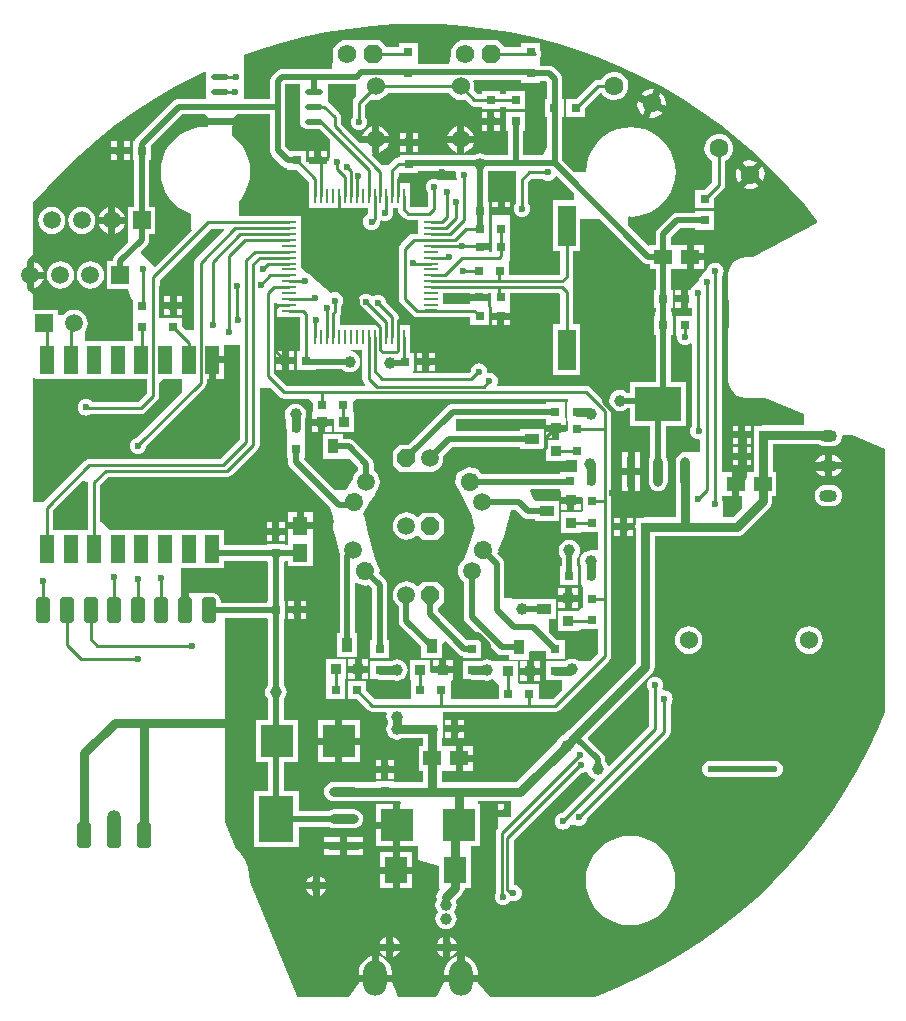
<source format=gtl>
%FSLAX25Y25*%
%MOIN*%
G70*
G01*
G75*
G04 Layer_Physical_Order=1*
G04 Layer_Color=255*
%ADD10R,0.03000X0.03000*%
%ADD11R,0.03000X0.03000*%
%ADD12R,0.06000X0.13780*%
%ADD13R,0.05000X0.01000*%
%ADD14O,0.05000X0.01000*%
%ADD15R,0.01000X0.05000*%
%ADD16C,0.03937*%
%ADD17R,0.03600X0.03600*%
%ADD18R,0.05000X0.03600*%
%ADD19R,0.03600X0.03600*%
%ADD20R,0.03600X0.05000*%
%ADD21R,0.06000X0.05000*%
%ADD22R,0.07500X0.09000*%
%ADD23R,0.10827X0.10827*%
%ADD24R,0.05000X0.06000*%
%ADD25R,0.15748X0.11811*%
%ADD26O,0.03150X0.09843*%
%ADD27R,0.03150X0.09843*%
%ADD28R,0.11811X0.15748*%
%ADD29O,0.09843X0.03150*%
%ADD30R,0.09843X0.03150*%
%ADD31O,0.05906X0.01969*%
G04:AMPARAMS|DCode=32|XSize=86.61mil|YSize=47.24mil|CornerRadius=11.81mil|HoleSize=0mil|Usage=FLASHONLY|Rotation=270.000|XOffset=0mil|YOffset=0mil|HoleType=Round|Shape=RoundedRectangle|*
%AMROUNDEDRECTD32*
21,1,0.08661,0.02362,0,0,270.0*
21,1,0.06299,0.04724,0,0,270.0*
1,1,0.02362,-0.01181,-0.03150*
1,1,0.02362,-0.01181,0.03150*
1,1,0.02362,0.01181,0.03150*
1,1,0.02362,0.01181,-0.03150*
%
%ADD32ROUNDEDRECTD32*%
%ADD33R,0.04724X0.09449*%
%ADD34C,0.01000*%
%ADD35C,0.01969*%
%ADD36C,0.03150*%
%ADD37C,0.01181*%
%ADD38C,0.02953*%
%ADD39C,0.06000*%
%ADD40O,0.07874X0.11811*%
%ADD41C,0.06200*%
%ADD42P,0.06711X8X22.5*%
%ADD43R,0.05906X0.05906*%
%ADD44C,0.05906*%
%ADD45O,0.06000X0.04000*%
%ADD46O,0.04724X0.07874*%
%ADD47P,0.06392X8X22.5*%
%ADD48C,0.05906*%
%ADD49P,0.06392X8X142.5*%
%ADD50P,0.06392X8X82.5*%
%ADD51C,0.06299*%
%ADD52C,0.02362*%
G36*
X-64042Y98750D02*
X-73496Y89296D01*
X-73954Y88610D01*
X-74115Y87800D01*
Y65300D01*
X-76995D01*
X-78025Y66330D01*
Y69488D01*
X-82497D01*
X-82500Y69500D01*
X-82500Y69500D01*
X-85685D01*
Y79972D01*
X-85644Y80174D01*
Y82064D01*
X-68496Y99212D01*
X-64233D01*
X-64042Y98750D01*
D02*
G37*
G36*
X-49975Y-11975D02*
X-49481D01*
Y-24825D01*
X-49975D01*
Y-25519D01*
X-65339D01*
Y-24950D01*
X-65434Y-24231D01*
X-65712Y-23561D01*
X-66153Y-22985D01*
X-66729Y-22543D01*
X-67400Y-22265D01*
X-68119Y-22171D01*
X-70481D01*
X-71201Y-22265D01*
X-71284Y-22300D01*
X-75190D01*
X-75274Y-22265D01*
X-75993Y-22171D01*
Y-28100D01*
X-78355D01*
Y-22171D01*
X-78221D01*
X-78500Y-21930D01*
Y-19186D01*
X-78500D01*
X-78500Y-19186D01*
Y-13799D01*
X-72036D01*
Y-13791D01*
X-72036D01*
X-72036Y-13791D01*
X-72036Y-13791D01*
X-64162D01*
Y-11481D01*
X-49975D01*
Y-11975D01*
D02*
G37*
G36*
X-58815Y29076D02*
X-65476Y22415D01*
X-109100D01*
X-109909Y22254D01*
X-110596Y21796D01*
X-124392Y8000D01*
X-127600D01*
X-127600Y8000D01*
X-127800Y8200D01*
Y49300D01*
X-127154D01*
Y49201D01*
X-119280D01*
D01*
X-119280Y49201D01*
X-119280Y49201D01*
X-119280D01*
Y49201D01*
Y49201D01*
X-111406D01*
Y49201D01*
D01*
X-111406Y49201D01*
X-111406D01*
Y49201D01*
X-103532D01*
Y49201D01*
X-103532D01*
X-103532Y49201D01*
X-103179Y49201D01*
X-103179Y49201D01*
Y49201D01*
X-95658D01*
Y49201D01*
X-95658D01*
X-95658Y49201D01*
X-95305Y49201D01*
X-95305Y49201D01*
Y49201D01*
X-89915D01*
Y44376D01*
X-92776Y41515D01*
X-108196D01*
X-108235Y41565D01*
X-108810Y42007D01*
X-109481Y42285D01*
X-110200Y42380D01*
X-110919Y42285D01*
X-111590Y42007D01*
X-112165Y41565D01*
X-112607Y40990D01*
X-112885Y40319D01*
X-112980Y39600D01*
X-112885Y38881D01*
X-112607Y38210D01*
X-112165Y37635D01*
X-111590Y37193D01*
X-110919Y36915D01*
X-110200Y36820D01*
X-109481Y36915D01*
X-108810Y37193D01*
X-108691Y37285D01*
X-91900D01*
X-91090Y37446D01*
X-90404Y37904D01*
X-90404Y37904D01*
X-90404Y37904D01*
X-86304Y42004D01*
X-85846Y42691D01*
X-85685Y43500D01*
X-85685Y43500D01*
X-85685Y43500D01*
Y43500D01*
Y47615D01*
X-84099Y49201D01*
X-79910D01*
D01*
X-79910Y49201D01*
X-79910Y49201D01*
X-79910D01*
Y49201D01*
Y49201D01*
X-78201D01*
X-78200Y49200D01*
X-78200Y49200D01*
Y44592D01*
X-93259Y29532D01*
X-93619Y29485D01*
X-94290Y29207D01*
X-94866Y28765D01*
X-95307Y28190D01*
X-95585Y27519D01*
X-95680Y26800D01*
X-95585Y26081D01*
X-95307Y25410D01*
X-94866Y24835D01*
X-94290Y24393D01*
X-93619Y24115D01*
X-92900Y24020D01*
X-92181Y24115D01*
X-91510Y24393D01*
X-90934Y24835D01*
X-90493Y25410D01*
X-90215Y26081D01*
X-90137Y26671D01*
X-70504Y46304D01*
X-70046Y46990D01*
X-69885Y47800D01*
Y49201D01*
X-69280D01*
Y55501D01*
X-68100D01*
Y56681D01*
X-64162D01*
Y60400D01*
X-58815D01*
Y29076D01*
D02*
G37*
G36*
X8234Y167244D02*
X15951Y166708D01*
X23636Y165817D01*
X31271Y164571D01*
X38840Y162975D01*
X46328Y161030D01*
X53718Y158742D01*
X60994Y156114D01*
X68141Y153154D01*
X75144Y149867D01*
X81987Y146259D01*
X88657Y142340D01*
X95139Y138117D01*
X101418Y133598D01*
X107482Y128795D01*
X113318Y123717D01*
X118913Y118375D01*
X124255Y112779D01*
X129334Y106944D01*
X133571Y101594D01*
X133469Y101105D01*
X112018Y89634D01*
X109658D01*
Y89648D01*
X108167Y89452D01*
X106779Y88877D01*
X105586Y87962D01*
X104671Y86769D01*
X104105Y85403D01*
X104100Y85400D01*
X104100Y85391D01*
X104096Y85381D01*
X103900Y83890D01*
X103900D01*
X103914Y83890D01*
X103914Y76016D01*
D01*
Y76016D01*
D01*
X103921Y75980D01*
X104045Y75043D01*
X103946Y56556D01*
X103921Y56368D01*
X103914Y56331D01*
Y50546D01*
X103900Y47900D01*
X104060Y47833D01*
X104061Y47831D01*
X104174Y46967D01*
X104750Y45579D01*
X105665Y44386D01*
X106857Y43471D01*
X108246Y42896D01*
X109736Y42700D01*
Y42714D01*
X116182D01*
X129000Y37302D01*
Y33577D01*
X115600D01*
X115550Y33570D01*
X115500Y33577D01*
X114725Y33475D01*
X112425D01*
Y31175D01*
X112323Y30400D01*
Y18075D01*
X107581D01*
Y13999D01*
Y9925D01*
X108500D01*
Y5993D01*
X105484Y2977D01*
X102100D01*
Y6700D01*
X102089Y6711D01*
X102180Y7400D01*
X102085Y8119D01*
X101807Y8790D01*
X101715Y8909D01*
Y9925D01*
X101825D01*
Y9925D01*
X105219D01*
Y13999D01*
Y18075D01*
X101825D01*
D01*
X101825D01*
X101715Y18185D01*
Y83230D01*
X102007Y83610D01*
X102285Y84281D01*
X102380Y85000D01*
X102285Y85719D01*
X102007Y86390D01*
X101566Y86966D01*
X100990Y87407D01*
X100319Y87685D01*
X99600Y87780D01*
X98881Y87685D01*
X98210Y87407D01*
X97635Y86966D01*
X97193Y86390D01*
X96967Y85845D01*
X95232Y83647D01*
X94735Y83266D01*
X94293Y82690D01*
X94090Y82201D01*
X92325Y79966D01*
X91935Y79665D01*
X91493Y79090D01*
X91404Y78875D01*
X90568D01*
Y75799D01*
Y72725D01*
X91785D01*
Y69975D01*
X86325D01*
Y63825D01*
X86437D01*
X86766Y63449D01*
X86720Y63100D01*
X86815Y62381D01*
X87093Y61710D01*
X87534Y61134D01*
X88110Y60693D01*
X88781Y60415D01*
X89500Y60320D01*
X90219Y60415D01*
X90890Y60693D01*
X91336Y61035D01*
X91785Y60814D01*
Y33440D01*
X91593Y33190D01*
X91315Y32519D01*
X91220Y31800D01*
X91315Y31081D01*
X91593Y30410D01*
X92035Y29834D01*
X92610Y29393D01*
X93281Y29115D01*
X94000Y29020D01*
X94209Y29048D01*
X94585Y28718D01*
Y24600D01*
X90469D01*
X90432Y24615D01*
X89610Y24723D01*
X88788Y24615D01*
X88022Y24298D01*
X87364Y23793D01*
X86859Y23135D01*
X86542Y22369D01*
X86433Y21546D01*
Y18200D01*
X86433Y18200D01*
X86433D01*
Y15024D01*
Y14854D01*
Y2977D01*
X76087D01*
X75312Y2875D01*
X73012D01*
Y575D01*
X72910Y-200D01*
X73012Y-975D01*
Y-3275D01*
X73023D01*
Y-45684D01*
X50693Y-68014D01*
X48945Y-69762D01*
X48281Y-70037D01*
X47541Y-70605D01*
X46973Y-71346D01*
X46697Y-72010D01*
X33284Y-85423D01*
X8477D01*
Y-81475D01*
X13119D01*
Y-77401D01*
Y-73325D01*
X8477D01*
Y-70675D01*
X8675D01*
Y-68375D01*
X8777Y-67600D01*
X8675Y-66825D01*
Y-64825D01*
Y-61915D01*
X46200D01*
X47010Y-61754D01*
X47696Y-61296D01*
X64196Y-44796D01*
X64654Y-44110D01*
X64815Y-43300D01*
Y-24213D01*
Y8287D01*
Y32287D01*
X64815Y32287D01*
X64815Y32287D01*
Y32287D01*
Y38400D01*
X64654Y39210D01*
X64404Y39584D01*
X64810Y39876D01*
X65273Y39273D01*
X66013Y38705D01*
X66875Y38348D01*
X67800Y38226D01*
X68725Y38348D01*
X69587Y38705D01*
X70257Y39219D01*
X71051D01*
Y33220D01*
X77974D01*
Y23356D01*
X77804Y23135D01*
X77487Y22369D01*
X77378Y21546D01*
Y14854D01*
X77487Y14031D01*
X77804Y13265D01*
X78309Y12607D01*
X78967Y12102D01*
X79733Y11785D01*
X80555Y11677D01*
X81377Y11785D01*
X82143Y12102D01*
X82801Y12607D01*
X83306Y13265D01*
X83624Y14031D01*
X83732Y14854D01*
Y21546D01*
X83624Y22369D01*
X83306Y23135D01*
X83136Y23356D01*
Y33220D01*
X89949D01*
Y48180D01*
X84895D01*
Y63825D01*
X85388D01*
Y69975D01*
X85377D01*
X85047Y70351D01*
X85080Y70600D01*
X84985Y71319D01*
X84881Y71570D01*
Y72725D01*
X85375D01*
Y78875D01*
X84881D01*
Y85725D01*
X90119D01*
Y89799D01*
Y93875D01*
X84881D01*
Y96231D01*
X87982Y99332D01*
X92925D01*
Y98839D01*
X99075D01*
Y104988D01*
X92925D01*
Y104495D01*
X86913D01*
X86245Y104407D01*
X85853Y104244D01*
X85623Y104149D01*
X85088Y103738D01*
X80475Y99125D01*
X80065Y98591D01*
X79936Y98279D01*
X79807Y97968D01*
X79719Y97300D01*
Y93875D01*
X77725D01*
Y93565D01*
X77263Y93374D01*
X70400Y100237D01*
Y102895D01*
X70767Y103234D01*
X71405Y103184D01*
X73738Y103368D01*
X76014Y103914D01*
X78176Y104810D01*
X80172Y106033D01*
X81952Y107553D01*
X83472Y109333D01*
X84695Y111328D01*
X85591Y113491D01*
X86137Y115767D01*
X86321Y118100D01*
X86137Y120433D01*
X85591Y122709D01*
X84695Y124872D01*
X83472Y126867D01*
X81952Y128647D01*
X80172Y130167D01*
X78176Y131390D01*
X76014Y132286D01*
X73738Y132832D01*
X71405Y133016D01*
X69071Y132832D01*
X66795Y132286D01*
X64633Y131390D01*
X62637Y130167D01*
X60857Y128647D01*
X59337Y126867D01*
X58114Y124872D01*
X57219Y122709D01*
X56672Y120433D01*
X56497Y118200D01*
X52437D01*
X48568Y122069D01*
Y136225D01*
X48988D01*
Y142375D01*
X48568D01*
Y149113D01*
X48480Y149781D01*
X48222Y150404D01*
X47812Y150938D01*
X46012Y152738D01*
X45477Y153149D01*
X45112Y153300D01*
X44855Y153407D01*
X44187Y153495D01*
X41075D01*
Y153988D01*
X41000D01*
Y154925D01*
X41075D01*
Y156151D01*
X41396Y156632D01*
X41557Y157442D01*
X41396Y158251D01*
X41075Y158733D01*
Y161075D01*
X34925D01*
Y159557D01*
X29565D01*
Y159779D01*
X27228Y162117D01*
X22553D01*
X22436Y162000D01*
X17283D01*
X16091Y162157D01*
X14870Y161996D01*
X13733Y161525D01*
X12756Y160776D01*
X12007Y159800D01*
X11536Y158662D01*
X11375Y157442D01*
X11431Y157016D01*
X10957Y153968D01*
X380D01*
X375Y154080D01*
Y154088D01*
X374D01*
X335Y154984D01*
X375Y155025D01*
X375D01*
Y161175D01*
X-5775D01*
Y159557D01*
X-9805D01*
Y159779D01*
X-12142Y162117D01*
X-16817D01*
X-16934Y162000D01*
X-22087D01*
X-23280Y162157D01*
X-24500Y161996D01*
X-25637Y161525D01*
X-26614Y160776D01*
X-27363Y159800D01*
X-27834Y158662D01*
X-27995Y157442D01*
X-27876Y156538D01*
X-28100Y152500D01*
Y152381D01*
X-44800D01*
X-45468Y152293D01*
X-45779Y152164D01*
X-46091Y152035D01*
X-46625Y151625D01*
X-48125Y150125D01*
X-48535Y149591D01*
X-48664Y149279D01*
X-48793Y148968D01*
X-48881Y148300D01*
Y142381D01*
X-57500D01*
Y149195D01*
X-57420Y149800D01*
X-57500Y150405D01*
Y157015D01*
X-52718Y158742D01*
X-45328Y161030D01*
X-37840Y162975D01*
X-30271Y164571D01*
X-22636Y165817D01*
X-14951Y166708D01*
X-7234Y167244D01*
X500Y167423D01*
X8234Y167244D01*
D02*
G37*
G36*
X13191Y118003D02*
X13115Y117819D01*
X13020Y117100D01*
X13115Y116381D01*
X13349Y115816D01*
X13071Y115400D01*
X7199D01*
X7190Y115407D01*
X6519Y115685D01*
X5800Y115780D01*
X5081Y115685D01*
X4410Y115407D01*
X3835Y114965D01*
X3393Y114390D01*
X3115Y113719D01*
X3020Y113000D01*
X3115Y112281D01*
X3393Y111610D01*
X3685Y111230D01*
Y106676D01*
X3324Y106316D01*
X-1924D01*
X-2043Y106434D01*
Y110186D01*
X-2083Y110390D01*
Y114261D01*
X-5980D01*
Y117725D01*
X-5575D01*
X-5575Y117725D01*
X-5575Y117725D01*
X-5575D01*
D01*
X575D01*
Y118419D01*
X12913D01*
X13191Y118003D01*
D02*
G37*
G36*
X-38800Y145159D02*
X-38847Y144800D01*
X-38800Y144441D01*
Y140159D01*
X-38847Y139800D01*
X-38800Y139441D01*
Y135159D01*
X-38847Y134800D01*
X-38759Y134132D01*
X-38502Y133509D01*
X-38091Y132975D01*
X-37557Y132565D01*
X-36934Y132307D01*
X-36266Y132219D01*
X-32329D01*
X-32313Y132221D01*
X-28700Y128608D01*
Y123290D01*
X-29007Y122890D01*
X-29285Y122219D01*
X-29340Y121804D01*
X-29838Y121837D01*
Y120719D01*
X-35827D01*
X-35988Y120880D01*
Y121533D01*
X-36450Y121342D01*
X-36925Y121817D01*
Y124975D01*
X-42325D01*
X-43719Y126369D01*
Y139600D01*
Y147219D01*
X-38800D01*
Y145159D01*
D02*
G37*
G36*
X-45696Y43104D02*
X-45010Y42646D01*
X-44200Y42485D01*
X-35885D01*
X-34561Y41161D01*
Y37975D01*
X-34975D01*
Y35781D01*
X-28225D01*
Y35800D01*
X-27475D01*
Y31225D01*
X-20725D01*
Y37975D01*
X-21325D01*
Y41375D01*
X-20215Y42485D01*
X50400D01*
Y41275D01*
X50312D01*
Y38975D01*
X50210Y38200D01*
X50312Y37425D01*
Y35125D01*
X50425D01*
Y31860D01*
X50236Y31672D01*
X49775Y31864D01*
Y31519D01*
X47581D01*
Y29325D01*
Y28575D01*
X43025D01*
Y21825D01*
X49775D01*
Y21951D01*
X50408Y22138D01*
X50425Y22125D01*
Y22125D01*
X53500D01*
Y17975D01*
X47925D01*
Y17381D01*
X21459D01*
X20510Y19024D01*
X17418Y19853D01*
X13497Y17589D01*
X12668Y14497D01*
X14404Y11490D01*
X14404Y11490D01*
X14404Y11490D01*
X18500Y3400D01*
X19303Y-38D01*
X19374Y-577D01*
X16700Y-8600D01*
X15395Y-11490D01*
X15134Y-11690D01*
X14408Y-12636D01*
X13952Y-13737D01*
X13796Y-14919D01*
X13952Y-16101D01*
X14408Y-17202D01*
X15134Y-18148D01*
X15782Y-18645D01*
Y-30363D01*
X15870Y-31031D01*
X15977Y-31289D01*
X16128Y-31654D01*
X16538Y-32188D01*
X21713Y-37363D01*
X21522Y-37825D01*
X21522Y-37825D01*
X21522D01*
X16541D01*
X7081Y-28365D01*
Y-27210D01*
X9027Y-25264D01*
Y-20736D01*
X6764Y-18473D01*
X2236D01*
X593Y-20115D01*
X94Y-20083D01*
X-145Y-19771D01*
X-1091Y-19045D01*
X-2192Y-18589D01*
X-3374Y-18433D01*
X-4556Y-18589D01*
X-5657Y-19045D01*
X-6603Y-19771D01*
X-7329Y-20717D01*
X-7785Y-21818D01*
X-7941Y-23000D01*
X-7785Y-24182D01*
X-7329Y-25283D01*
X-6603Y-26229D01*
X-5955Y-26726D01*
Y-31526D01*
X-5867Y-32194D01*
X-5738Y-32505D01*
X-5609Y-32816D01*
X-5199Y-33351D01*
X1625Y-40176D01*
Y-43975D01*
X8375D01*
Y-39425D01*
X9500Y-38300D01*
X9715D01*
X14140Y-42725D01*
X14675Y-43135D01*
X15115Y-43318D01*
X15297Y-43393D01*
X15425Y-43410D01*
Y-43975D01*
X21575D01*
Y-37878D01*
X22000Y-37702D01*
X22037Y-37687D01*
X26575Y-42225D01*
X27109Y-42635D01*
X27550Y-42818D01*
X27732Y-42893D01*
X28400Y-42981D01*
X30825D01*
Y-44475D01*
X37575D01*
Y-41958D01*
X37931Y-41607D01*
X43225Y-41690D01*
Y-44175D01*
X49375D01*
Y-38025D01*
X46876D01*
X44100Y-35250D01*
Y-31075D01*
X46575D01*
Y-24325D01*
X38425D01*
Y-24325D01*
X38355Y-24392D01*
X35959Y-24262D01*
X35925Y-24248D01*
X35000Y-24126D01*
X34549Y-24186D01*
X29281Y-23900D01*
Y-12500D01*
X29193Y-11832D01*
X29118Y-11650D01*
X28935Y-11209D01*
X28525Y-10675D01*
X26950Y-9100D01*
X27353Y-8403D01*
X27272Y-8100D01*
X27272Y-8100D01*
Y-8100D01*
X27454Y-7326D01*
X29200Y-3500D01*
X31352Y5400D01*
X33050D01*
X35275Y3175D01*
X35809Y2765D01*
X36250Y2582D01*
X36432Y2507D01*
X37100Y2419D01*
X39325D01*
Y1625D01*
X47475D01*
Y8375D01*
X39495D01*
X38400Y10200D01*
X37862Y11813D01*
X38155Y12219D01*
X47925D01*
Y11825D01*
X48025D01*
Y9881D01*
X54775D01*
Y9496D01*
X54982Y9639D01*
X55425Y9407D01*
Y5212D01*
X55425Y5212D01*
X55425D01*
X55439Y5175D01*
X54800Y4600D01*
X54750Y4575D01*
X48025D01*
Y-2175D01*
X54775D01*
Y-2081D01*
X55601Y-1875D01*
X60585D01*
Y-8100D01*
X58561D01*
X58000Y-8026D01*
X57075Y-8148D01*
X56213Y-8505D01*
X55473Y-9073D01*
X54905Y-9813D01*
X54548Y-10675D01*
X54426Y-11600D01*
X54548Y-12525D01*
X54810Y-13157D01*
Y-16500D01*
X54912Y-17275D01*
Y-19575D01*
X55215D01*
X55349Y-21113D01*
X55325Y-21139D01*
X55325D01*
Y-27288D01*
X55325Y-27288D01*
X55325D01*
X55335Y-27325D01*
X55200Y-27400D01*
X53840Y-28125D01*
X47125D01*
Y-34875D01*
X53794D01*
X53800Y-34900D01*
X53800Y-34900D01*
X54262Y-34772D01*
X55600Y-34400D01*
X55751Y-34375D01*
X60585D01*
Y-42424D01*
X58008Y-45000D01*
X54102D01*
X53587Y-44605D01*
X52725Y-44248D01*
X51800Y-44126D01*
X50875Y-44248D01*
X50013Y-44605D01*
X49485Y-45010D01*
X46300D01*
X45525Y-45112D01*
X43225D01*
Y-47412D01*
X43123Y-48187D01*
X43225Y-48961D01*
Y-51261D01*
X45525D01*
X46300Y-51363D01*
X48500D01*
Y-54508D01*
X45324Y-57685D01*
X40661D01*
Y-52725D01*
X34550D01*
X33761Y-51805D01*
X33775Y-51775D01*
X33775D01*
X33775Y-51775D01*
Y-45025D01*
X27025D01*
Y-45025D01*
X26973Y-45075D01*
X25430Y-45001D01*
X25287Y-44892D01*
X24425Y-44535D01*
X23500Y-44413D01*
X22575Y-44535D01*
X21910Y-44810D01*
X18500D01*
X17725Y-44912D01*
X15425D01*
Y-47212D01*
X15323Y-47987D01*
X15425Y-48761D01*
Y-51061D01*
X17725D01*
X18500Y-51163D01*
X21910D01*
X22575Y-51439D01*
X23500Y-51560D01*
X24425Y-51439D01*
X25287Y-51082D01*
X25402Y-50993D01*
X27425Y-52848D01*
Y-57685D01*
X11361D01*
Y-51625D01*
D01*
Y-51625D01*
X11712Y-51275D01*
X12075D01*
Y-49081D01*
X5325D01*
Y-48712D01*
X5029Y-48966D01*
X4575Y-48757D01*
Y-44525D01*
X-2175D01*
Y-51275D01*
X-1875D01*
Y-51625D01*
X-1875D01*
Y-57685D01*
X-13937D01*
X-16839Y-54783D01*
Y-51625D01*
X-22988D01*
Y-57775D01*
X-19830D01*
X-16309Y-61296D01*
D01*
X-16309D01*
X-16309Y-61296D01*
X-16309Y-61296D01*
X-16309D01*
D01*
X-16309D01*
X-16309Y-61296D01*
Y-61296D01*
X-16309Y-61296D01*
Y-61296D01*
X-15623Y-61754D01*
X-14813Y-61915D01*
X-10129D01*
X-9851Y-62331D01*
X-9952Y-62575D01*
X-10074Y-63500D01*
X-9952Y-64425D01*
X-9677Y-65090D01*
Y-66010D01*
X-9952Y-66675D01*
X-10074Y-67600D01*
X-9952Y-68525D01*
X-9595Y-69387D01*
X-9027Y-70127D01*
X-8287Y-70695D01*
X-7425Y-71052D01*
X-6500Y-71174D01*
X-5575Y-71052D01*
X-4910Y-70777D01*
X2123D01*
Y-73325D01*
X725D01*
Y-81475D01*
X2123D01*
Y-85423D01*
X-7525D01*
Y-85112D01*
X-13675D01*
Y-85423D01*
X-20127D01*
X-20131Y-85421D01*
X-20954Y-85313D01*
X-27646D01*
X-28469Y-85421D01*
X-29235Y-85739D01*
X-29893Y-86243D01*
X-30398Y-86901D01*
X-30715Y-87668D01*
X-30823Y-88490D01*
X-30715Y-89312D01*
X-30398Y-90078D01*
X-29893Y-90736D01*
X-29235Y-91241D01*
X-28469Y-91558D01*
X-27646Y-91667D01*
X-24814D01*
X-24809Y-91668D01*
X-23987Y-91777D01*
X-5654D01*
X-5300Y-92130D01*
Y-92750D01*
X-5388D01*
Y-98557D01*
X-1100D01*
Y-100920D01*
X-5388D01*
Y-106727D01*
X419D01*
D01*
X419D01*
X500Y-106808D01*
Y-111400D01*
X7560Y-113183D01*
Y-120775D01*
X7560Y-120775D01*
X7560D01*
X7728Y-121179D01*
X7554Y-121354D01*
X7049Y-122012D01*
X6731Y-122778D01*
X6623Y-123600D01*
X6731Y-124422D01*
X6747Y-124459D01*
X6705Y-124513D01*
X6348Y-125375D01*
X6226Y-126300D01*
X6348Y-127225D01*
X6705Y-128087D01*
X7060Y-128550D01*
X6705Y-129013D01*
X6348Y-129875D01*
X6226Y-130800D01*
X6348Y-131725D01*
X6705Y-132587D01*
X7273Y-133327D01*
X8013Y-133895D01*
X8875Y-134252D01*
X9800Y-134374D01*
X10725Y-134252D01*
X11587Y-133895D01*
X12327Y-133327D01*
X12895Y-132587D01*
X13252Y-131725D01*
X13374Y-130800D01*
X13252Y-129875D01*
X12895Y-129013D01*
X12540Y-128550D01*
X12895Y-128087D01*
X13252Y-127225D01*
X13374Y-126300D01*
X13252Y-125375D01*
X13037Y-124856D01*
X15131Y-122761D01*
X15636Y-122103D01*
X15954Y-121337D01*
X16022Y-120815D01*
X16028Y-120775D01*
X18210D01*
Y-108625D01*
X18100D01*
Y-106727D01*
X21088D01*
Y-92750D01*
X20600D01*
Y-91777D01*
X31600D01*
Y-92612D01*
X31381D01*
Y-95688D01*
X30201D01*
Y-96868D01*
X27125D01*
Y-98761D01*
X27300D01*
Y-100417D01*
X27004Y-100713D01*
X26546Y-101400D01*
X26385Y-102209D01*
Y-122130D01*
X26115Y-122781D01*
X26020Y-123500D01*
X26115Y-124219D01*
X26393Y-124890D01*
X26834Y-125466D01*
X27410Y-125907D01*
X28081Y-126185D01*
X28800Y-126280D01*
X29519Y-126185D01*
X30190Y-125907D01*
X30766Y-125466D01*
X31207Y-124890D01*
X31228Y-124839D01*
X31581Y-124985D01*
X32300Y-125080D01*
X33019Y-124985D01*
X33690Y-124707D01*
X34266Y-124266D01*
X34707Y-123690D01*
X34985Y-123019D01*
X35080Y-122300D01*
X34985Y-121581D01*
X34707Y-120910D01*
X34266Y-120334D01*
X33690Y-119893D01*
X33019Y-119615D01*
X32403Y-119534D01*
Y-104717D01*
X54861Y-82258D01*
X55419Y-82185D01*
X56090Y-81907D01*
X56482Y-81606D01*
X56944Y-81797D01*
X56948Y-81825D01*
X57305Y-82687D01*
X57873Y-83427D01*
X58613Y-83995D01*
X59332Y-84293D01*
X59430Y-84783D01*
X48561Y-95652D01*
X48081Y-95715D01*
X47410Y-95993D01*
X46834Y-96434D01*
X46393Y-97010D01*
X46115Y-97681D01*
X46020Y-98400D01*
X46115Y-99119D01*
X46393Y-99790D01*
X46834Y-100365D01*
X47410Y-100807D01*
X48081Y-101085D01*
X48800Y-101180D01*
X49519Y-101085D01*
X50190Y-100807D01*
X50766Y-100365D01*
X51207Y-99790D01*
X51286Y-99600D01*
X52934D01*
X53381Y-99785D01*
X54100Y-99880D01*
X54819Y-99785D01*
X55490Y-99507D01*
X56065Y-99066D01*
X56507Y-98490D01*
X56785Y-97819D01*
X56848Y-97344D01*
X59096Y-95096D01*
X84096Y-70096D01*
X84554Y-69410D01*
X84715Y-68600D01*
Y-59270D01*
X85007Y-58890D01*
X85285Y-58219D01*
X85380Y-57500D01*
X85285Y-56781D01*
X85007Y-56110D01*
X84566Y-55534D01*
X83990Y-55093D01*
X83319Y-54815D01*
X82600Y-54720D01*
X82376Y-54750D01*
X81953Y-54425D01*
X81914Y-54374D01*
X82185Y-53719D01*
X82280Y-53000D01*
X82185Y-52281D01*
X81907Y-51610D01*
X81466Y-51034D01*
X80890Y-50593D01*
X80219Y-50315D01*
X79500Y-50220D01*
X78781Y-50315D01*
X78110Y-50593D01*
X77535Y-51034D01*
X77093Y-51610D01*
X76815Y-52281D01*
X76720Y-53000D01*
X76815Y-53719D01*
X77093Y-54390D01*
X77385Y-54770D01*
Y-66828D01*
X64283Y-79930D01*
X63793Y-79832D01*
X63495Y-79113D01*
X62981Y-78443D01*
Y-77700D01*
X62893Y-77032D01*
X62711Y-76592D01*
X62635Y-76409D01*
X62225Y-75875D01*
X57271Y-70921D01*
Y-70421D01*
X78446Y-49246D01*
X78951Y-48588D01*
X79268Y-47822D01*
X79377Y-47000D01*
Y-3377D01*
X106800D01*
X107622Y-3269D01*
X108388Y-2951D01*
X109046Y-2446D01*
X109046Y-2446D01*
X109046Y-2446D01*
X117646Y6154D01*
X118151Y6812D01*
X118468Y7578D01*
X118577Y8400D01*
X118577Y8400D01*
X118577Y8400D01*
Y8400D01*
Y9925D01*
X119975D01*
Y18075D01*
X118677D01*
Y27223D01*
X134307D01*
X134497Y27077D01*
X135367Y26717D01*
X136300Y26594D01*
X138300D01*
X139233Y26717D01*
X140103Y27077D01*
X140850Y27650D01*
X141423Y28397D01*
X141783Y29267D01*
X141906Y30200D01*
X142169Y30500D01*
X145110D01*
X156120Y25852D01*
Y-61820D01*
X153693Y-67680D01*
X150405Y-74682D01*
X146798Y-81526D01*
X142878Y-88196D01*
X138655Y-94677D01*
X134137Y-100956D01*
X129334Y-107021D01*
X124255Y-112856D01*
X118913Y-118451D01*
X113318Y-123794D01*
X107482Y-128872D01*
X101418Y-133676D01*
X95139Y-138194D01*
X88657Y-142417D01*
X81987Y-146336D01*
X75144Y-149944D01*
X68141Y-153231D01*
X60994Y-156192D01*
X59200Y-156840D01*
X24649D01*
X20378Y-152290D01*
Y-151914D01*
X9260D01*
Y-152070D01*
X7100Y-155800D01*
X6580Y-156840D01*
X-6025D01*
X-7200Y-154400D01*
X-8165Y-152084D01*
Y-151914D01*
X-19284D01*
Y-152126D01*
X-22426Y-156840D01*
X-39837D01*
X-40000Y-156700D01*
X-55602Y-118483D01*
X-55579Y-118200D01*
X-55763Y-115867D01*
X-56309Y-113591D01*
X-57205Y-111428D01*
X-58428Y-109433D01*
X-59948Y-107653D01*
X-60063Y-107555D01*
X-63700Y-98645D01*
Y-30681D01*
X-49975D01*
Y-30975D01*
X-49481D01*
Y-52843D01*
X-49995Y-53513D01*
X-50352Y-54375D01*
X-50474Y-55300D01*
X-50352Y-56225D01*
X-49995Y-57087D01*
X-49481Y-57757D01*
Y-64712D01*
X-53588D01*
Y-78688D01*
X-49381D01*
Y-88151D01*
X-54280D01*
Y-107049D01*
X-39320D01*
Y-100126D01*
X-29456D01*
X-29235Y-100296D01*
X-28469Y-100613D01*
X-27646Y-100722D01*
X-20954D01*
X-20131Y-100613D01*
X-19365Y-100296D01*
X-18707Y-99791D01*
X-18202Y-99133D01*
X-17885Y-98367D01*
X-17777Y-97545D01*
X-17885Y-96723D01*
X-18202Y-95956D01*
X-18707Y-95299D01*
X-19365Y-94794D01*
X-20131Y-94476D01*
X-20954Y-94368D01*
X-27646D01*
X-28469Y-94476D01*
X-29235Y-94794D01*
X-29456Y-94964D01*
X-39320D01*
Y-88151D01*
X-44219D01*
Y-78688D01*
X-39612D01*
Y-64712D01*
X-44319D01*
Y-57757D01*
X-43805Y-57087D01*
X-43448Y-56225D01*
X-43326Y-55300D01*
X-43448Y-54375D01*
X-43805Y-53513D01*
X-44319Y-52843D01*
Y-30975D01*
X-43825D01*
Y-24825D01*
X-44319D01*
Y-11975D01*
X-43825D01*
Y-11481D01*
X-42775D01*
Y-13375D01*
X-34625D01*
Y-4375D01*
Y-981D01*
X-42775D01*
Y-4375D01*
Y-6319D01*
X-43825D01*
Y-5825D01*
X-49975D01*
Y-6319D01*
X-64162D01*
Y-1193D01*
X-72036D01*
Y-1201D01*
X-72036D01*
X-72036Y-1201D01*
X-72036Y-1201D01*
X-79557D01*
X-79557Y-1201D01*
Y-1201D01*
X-79910Y-1201D01*
X-79910D01*
D01*
X-80264Y-1201D01*
X-80264Y-1201D01*
Y-1201D01*
X-87431D01*
X-87431Y-1201D01*
Y-1201D01*
X-87784Y-1201D01*
X-87784D01*
X-87784D01*
X-88138Y-1201D01*
X-88138Y-1201D01*
Y-1201D01*
X-95305D01*
X-95305Y-1201D01*
Y-1201D01*
X-95658Y-1201D01*
D01*
X-95658Y-1201D01*
X-95658Y-1201D01*
D01*
X-95658D01*
X-96012Y-1201D01*
X-96012Y-1201D01*
Y-1201D01*
X-102074D01*
X-103170Y-324D01*
X-103170Y-324D01*
D01*
X-105222Y1318D01*
D01*
X-105354Y1423D01*
Y13755D01*
X-102711Y16397D01*
X-63087D01*
X-62278Y16558D01*
X-61592Y17017D01*
X-61592Y17017D01*
X-61592Y17017D01*
X-52904Y25704D01*
X-52904Y25704D01*
X-52904Y25704D01*
X-52446Y26390D01*
X-52285Y27200D01*
Y46000D01*
X-48592D01*
X-45696Y43104D01*
D02*
G37*
G36*
X-46619Y73662D02*
Y71694D01*
Y69725D01*
X-42748D01*
X-42544Y69685D01*
X-38815D01*
Y58275D01*
X-39775D01*
Y52125D01*
X-33625D01*
Y52219D01*
X-24757D01*
X-24087Y51705D01*
X-23225Y51348D01*
X-22300Y51226D01*
X-21375Y51348D01*
X-20513Y51705D01*
X-19773Y52273D01*
X-19205Y53013D01*
X-18848Y53875D01*
X-18726Y54800D01*
X-18848Y55725D01*
X-19205Y56587D01*
X-19773Y57327D01*
X-20513Y57895D01*
X-21375Y58252D01*
X-22300Y58374D01*
Y58513D01*
X-21946Y58867D01*
X-18085D01*
Y49069D01*
X-18085Y49069D01*
X-18085D01*
X-17924Y48260D01*
X-17465Y47573D01*
X-17069Y47177D01*
X-17260Y46715D01*
X-43324D01*
X-47397Y50789D01*
Y74300D01*
X-46619D01*
Y73662D01*
D02*
G37*
G36*
X-48881Y136200D02*
Y125300D01*
X-48793Y124632D01*
X-48664Y124321D01*
X-48535Y124009D01*
X-48125Y123475D01*
X-44725Y120075D01*
X-44191Y119665D01*
X-43750Y119482D01*
X-43568Y119407D01*
X-43075Y119342D01*
Y118825D01*
X-39917D01*
X-35801Y114709D01*
Y110186D01*
X-35761Y109982D01*
Y106111D01*
X-16116D01*
Y104021D01*
X-16390Y103907D01*
X-16965Y103465D01*
X-17407Y102890D01*
X-17685Y102219D01*
X-17780Y101500D01*
X-17685Y100781D01*
X-17407Y100110D01*
X-16965Y99534D01*
X-16390Y99093D01*
X-15719Y98815D01*
X-15000Y98720D01*
X-14281Y98815D01*
X-13610Y99093D01*
X-13035Y99534D01*
X-12593Y100110D01*
X-12315Y100781D01*
X-12232Y101412D01*
X-12046Y101690D01*
X-12045Y101697D01*
X-11604Y101933D01*
X-11319Y101815D01*
X-10600Y101720D01*
X-9881Y101815D01*
X-9210Y102093D01*
X-8635Y102534D01*
X-8193Y103110D01*
X-7915Y103781D01*
X-7820Y104500D01*
X-7915Y105219D01*
X-7948Y105300D01*
Y106111D01*
X-6274D01*
Y105558D01*
X-6274Y105558D01*
X-6274D01*
X-6112Y104749D01*
X-5654Y104062D01*
X-4296Y102704D01*
X-3610Y102246D01*
X-2800Y102085D01*
X625D01*
Y99253D01*
Y97537D01*
X-878D01*
X-1688Y97377D01*
X-2374Y96918D01*
X-5264Y94027D01*
X-5723Y93341D01*
X-5884Y92532D01*
Y75769D01*
X-5723Y74959D01*
X-5264Y74273D01*
X-1296Y70304D01*
X-1296Y70304D01*
X-1296D01*
X-1296Y70304D01*
X-1296D01*
X-1296Y70304D01*
Y70304D01*
Y70304D01*
D01*
D01*
X-1296D01*
Y70304D01*
X-610Y69846D01*
X200Y69685D01*
X17925D01*
Y66925D01*
X24075D01*
Y73075D01*
X23975D01*
Y73225D01*
X23975D01*
Y75119D01*
X17825D01*
Y73915D01*
X8775D01*
Y75631D01*
Y77559D01*
X17825D01*
Y77481D01*
X23975D01*
Y77559D01*
X24912D01*
Y73428D01*
X24912Y73428D01*
X24912D01*
X24912Y73225D01*
X25012Y73075D01*
D01*
D01*
X25012Y73075D01*
Y71181D01*
X31161D01*
Y72872D01*
X31161Y72872D01*
X31161D01*
X31161Y73075D01*
X31061Y73225D01*
X31061Y73428D01*
X31061Y73428D01*
X31061D01*
Y77559D01*
X47598D01*
X47885Y77272D01*
Y67264D01*
X45425D01*
Y50335D01*
X54575D01*
Y67264D01*
X52115D01*
Y78148D01*
X52100Y78226D01*
Y83020D01*
X52115Y83098D01*
Y91674D01*
X54575D01*
Y102500D01*
X60836D01*
X75362Y87975D01*
X75629Y87770D01*
X75896Y87565D01*
X76519Y87307D01*
X77187Y87219D01*
X77725D01*
Y85725D01*
X79719D01*
Y78875D01*
X79225D01*
Y72725D01*
X79719D01*
Y71570D01*
X79615Y71319D01*
X79520Y70600D01*
X79555Y70336D01*
X79239Y69975D01*
X79239D01*
Y63825D01*
X79732D01*
Y48180D01*
X71051D01*
Y44381D01*
X70257D01*
X69587Y44895D01*
X68725Y45252D01*
X67800Y45374D01*
X66875Y45252D01*
X66013Y44895D01*
X65273Y44327D01*
X64705Y43587D01*
X64348Y42725D01*
X64226Y41800D01*
X64348Y40875D01*
X64687Y40056D01*
X64246Y39821D01*
X64196Y39896D01*
X57996Y46096D01*
X57310Y46554D01*
X56500Y46715D01*
X27077D01*
X26799Y47131D01*
X26985Y47581D01*
X27080Y48300D01*
X26985Y49019D01*
X26707Y49690D01*
X26265Y50266D01*
X25690Y50707D01*
X25019Y50985D01*
X24300Y51080D01*
X23867Y51023D01*
X23513Y51376D01*
X23530Y51500D01*
X23435Y52219D01*
X23157Y52890D01*
X22715Y53465D01*
X22140Y53907D01*
X21469Y54185D01*
X20750Y54280D01*
X20031Y54185D01*
X19360Y53907D01*
X18785Y53465D01*
X18343Y52890D01*
X18065Y52219D01*
X18018Y51859D01*
X17374Y51215D01*
X-1100D01*
Y51725D01*
X-925D01*
Y57875D01*
X-2043D01*
Y62942D01*
X-2083Y63146D01*
Y67017D01*
X-5980D01*
Y69695D01*
X-6141Y70505D01*
X-6599Y71191D01*
X-10052Y74644D01*
X-10115Y75119D01*
X-10393Y75790D01*
X-10835Y76366D01*
X-11410Y76807D01*
X-12081Y77085D01*
X-12800Y77180D01*
X-13519Y77085D01*
X-14190Y76807D01*
X-14442Y76614D01*
X-14834Y76666D01*
X-15410Y77107D01*
X-16081Y77385D01*
X-16800Y77480D01*
X-17519Y77385D01*
X-18190Y77107D01*
X-18766Y76666D01*
X-19207Y76090D01*
X-19485Y75419D01*
X-19580Y74700D01*
X-19485Y73981D01*
X-19207Y73310D01*
X-18766Y72734D01*
X-18190Y72293D01*
X-17519Y72015D01*
X-17044Y71952D01*
X-12570Y67479D01*
X-12762Y67017D01*
X-25665D01*
Y70063D01*
X-25246Y70690D01*
X-25084Y71500D01*
Y73430D01*
X-24793Y73810D01*
X-24515Y74481D01*
X-24420Y75200D01*
X-24515Y75919D01*
X-24793Y76590D01*
X-25234Y77166D01*
X-25810Y77607D01*
X-26481Y77885D01*
X-27200Y77980D01*
X-27919Y77885D01*
X-28429Y77674D01*
X-34830Y83039D01*
X-35234Y83565D01*
X-35810Y84007D01*
X-36481Y84285D01*
X-36601Y84301D01*
X-38338Y86038D01*
X-38339Y86039D01*
X-38339D01*
X-38339Y86039D01*
X-38469Y86269D01*
Y87442D01*
Y91591D01*
Y93347D01*
Y97497D01*
Y99253D01*
Y103402D01*
X-42340D01*
X-42544Y103443D01*
X-59200D01*
Y108412D01*
X-58328Y109433D01*
X-57105Y111428D01*
X-56209Y113591D01*
X-55663Y115867D01*
X-55479Y118200D01*
X-55663Y120533D01*
X-56209Y122809D01*
X-57105Y124972D01*
X-58328Y126967D01*
X-59848Y128747D01*
X-61400Y130073D01*
Y133244D01*
X-61196Y133509D01*
X-61151Y133619D01*
X-69649D01*
X-69604Y133509D01*
X-69841Y133072D01*
X-70395Y133116D01*
X-72729Y132932D01*
X-75005Y132386D01*
X-77167Y131490D01*
X-79163Y130267D01*
X-80942Y128747D01*
X-82463Y126967D01*
X-83686Y124972D01*
X-84581Y122809D01*
X-85128Y120533D01*
X-85311Y118200D01*
X-85128Y115867D01*
X-84581Y113591D01*
X-83686Y111428D01*
X-82463Y109433D01*
X-80942Y107653D01*
X-79163Y106133D01*
X-77167Y104910D01*
X-75100Y104053D01*
Y98800D01*
X-74996Y98696D01*
X-87223Y86468D01*
X-87300Y86500D01*
Y86500D01*
X-87300Y86500D01*
X-91875Y91075D01*
Y91575D01*
X-89775Y93675D01*
X-89365Y94209D01*
X-89182Y94650D01*
X-89107Y94832D01*
X-89019Y95500D01*
Y97373D01*
X-87072D01*
Y106428D01*
X-89019D01*
Y122125D01*
X-88525D01*
Y126925D01*
X-78231Y137219D01*
X-70359D01*
X-70200Y136900D01*
X-69587Y136112D01*
X-69604Y136091D01*
X-69649Y135981D01*
X-61151D01*
X-61196Y136091D01*
X-61181Y136171D01*
X-60800Y136400D01*
X-59526Y137219D01*
X-48881D01*
Y136200D01*
D02*
G37*
G36*
X-109579Y14660D02*
X-109585Y14631D01*
Y-1201D01*
X-111053D01*
X-111053Y-1201D01*
Y-1201D01*
X-111406Y-1201D01*
X-111406D01*
X-111406D01*
X-111760Y-1201D01*
X-111760Y-1201D01*
Y-1201D01*
X-118927D01*
X-118927Y-1201D01*
Y-1201D01*
X-119280Y-1201D01*
D01*
X-119280Y-1201D01*
X-119280Y-1201D01*
D01*
X-119634Y-1201D01*
X-119634Y-1201D01*
Y-1201D01*
X-121102D01*
Y5306D01*
X-111208Y15200D01*
X-111200D01*
X-111200D01*
X-111200D01*
X-109579Y14660D01*
D02*
G37*
G36*
X-70277Y151220D02*
X-70022Y142740D01*
X-70370Y142381D01*
X-79300D01*
X-79968Y142293D01*
X-80150Y142218D01*
X-80591Y142035D01*
X-81125Y141625D01*
X-93425Y129325D01*
X-93835Y128791D01*
X-93964Y128479D01*
X-94049Y128275D01*
X-94675D01*
Y122125D01*
X-94181D01*
Y106428D01*
X-96127D01*
Y97373D01*
X-96100D01*
Y94650D01*
X-100525Y90225D01*
X-100935Y89691D01*
X-101064Y89379D01*
X-101193Y89068D01*
X-101281Y88400D01*
Y88227D01*
X-103227D01*
Y79172D01*
X-96221D01*
X-95400Y76800D01*
X-94575Y74959D01*
Y70425D01*
X-94500D01*
Y69488D01*
X-94575D01*
Y63339D01*
X-94500D01*
Y61799D01*
X-95305D01*
X-95305Y61799D01*
Y61799D01*
X-95658Y61799D01*
X-95658D01*
X-95658D01*
X-96012Y61799D01*
X-96012Y61799D01*
Y61799D01*
X-103179D01*
X-103179Y61799D01*
Y61799D01*
X-103532Y61799D01*
D01*
X-103532Y61799D01*
X-103532Y61799D01*
D01*
X-103886Y61799D01*
X-103886Y61799D01*
Y61799D01*
X-110400D01*
Y64985D01*
X-110145Y65317D01*
X-109689Y66418D01*
X-109533Y67600D01*
X-109689Y68782D01*
X-110145Y69883D01*
X-110871Y70829D01*
X-111817Y71555D01*
X-112918Y72011D01*
X-114100Y72167D01*
X-115282Y72011D01*
X-116383Y71555D01*
X-117329Y70829D01*
X-117764Y70263D01*
X-117912Y70266D01*
X-117912Y70266D01*
Y70266D01*
X-118597Y70279D01*
D01*
X-119572Y70298D01*
Y72127D01*
X-127800D01*
Y79252D01*
X-128700Y79133D01*
X-129881Y79289D01*
Y83699D01*
Y88111D01*
X-128700Y88267D01*
X-127800Y88148D01*
Y106500D01*
X-127773Y107587D01*
X-123255Y112779D01*
X-117913Y118375D01*
X-112318Y123717D01*
X-106482Y128795D01*
X-100418Y133598D01*
X-94138Y138117D01*
X-87657Y142340D01*
X-80987Y146259D01*
X-74144Y149867D01*
X-70703Y151482D01*
X-70277Y151220D01*
D02*
G37*
G36*
X34925Y147839D02*
X41075D01*
Y148332D01*
X43117D01*
X43406Y148044D01*
Y142375D01*
X42839D01*
Y136225D01*
X43406D01*
Y126453D01*
X42157Y123581D01*
X35581D01*
Y131825D01*
X36075D01*
Y137975D01*
X29925D01*
Y131825D01*
X30419D01*
Y123581D01*
X23281D01*
X22937Y123845D01*
X22075Y124202D01*
X21150Y124323D01*
X20225Y124202D01*
X19364Y123845D01*
X19020Y123581D01*
X575D01*
Y123875D01*
X-5575D01*
Y122915D01*
X-6000D01*
X-6810Y122754D01*
X-7496Y122296D01*
X-9292Y120500D01*
X-11480D01*
X-14809Y123829D01*
X-14834Y124039D01*
X-14478Y124390D01*
X-14854Y124440D01*
Y127717D01*
X-18132D01*
X-18181Y128091D01*
X-18538Y127741D01*
X-18754Y127773D01*
X-25143Y134162D01*
Y136258D01*
X-25304Y137068D01*
X-25762Y137754D01*
X-29304Y141296D01*
X-29500Y141427D01*
Y147219D01*
X-20300D01*
Y142980D01*
X-20696Y142584D01*
X-21154Y141898D01*
X-21316Y141088D01*
Y136470D01*
X-21607Y136090D01*
X-21885Y135419D01*
X-21980Y134700D01*
X-21885Y133981D01*
X-21607Y133310D01*
X-21166Y132735D01*
X-20590Y132293D01*
X-19919Y132015D01*
X-19200Y131920D01*
X-18481Y132015D01*
X-17810Y132293D01*
X-17234Y132735D01*
X-16793Y133310D01*
X-16515Y133981D01*
X-16420Y134700D01*
X-16515Y135419D01*
X-16793Y136090D01*
X-17085Y136470D01*
Y140212D01*
X-15059Y142237D01*
X-14867Y142158D01*
X-13673Y142001D01*
X-12479Y142158D01*
X-11366Y142619D01*
X-10410Y143352D01*
X-9677Y144308D01*
X-9598Y144500D01*
X10598D01*
X10677Y144308D01*
X11410Y143352D01*
X12366Y142619D01*
X13479Y142158D01*
X14673Y142001D01*
X15868Y142158D01*
X16059Y142237D01*
X17793Y140504D01*
X18479Y140046D01*
X19288Y139884D01*
X21725D01*
Y138925D01*
X27875D01*
Y139884D01*
X29925D01*
Y138912D01*
X36075D01*
Y145061D01*
X29925D01*
Y144115D01*
X27875D01*
Y145075D01*
X21725D01*
Y144115D01*
X20165D01*
X19051Y145229D01*
X19130Y145421D01*
X19287Y146615D01*
X19130Y147809D01*
X18890Y148390D01*
X19168Y148806D01*
X34925D01*
Y147839D01*
D02*
G37*
G36*
X33200Y116275D02*
X33177Y116241D01*
X33016Y115431D01*
Y107602D01*
X32724Y107221D01*
X32447Y106551D01*
X32352Y105832D01*
X32447Y105112D01*
X32724Y104442D01*
X33166Y103866D01*
X33742Y103424D01*
X34412Y103147D01*
X35131Y103052D01*
X35851Y103147D01*
X36521Y103424D01*
X37097Y103866D01*
X37539Y104442D01*
X37817Y105112D01*
X37911Y105832D01*
X37817Y106551D01*
X37539Y107221D01*
X37247Y107602D01*
Y114555D01*
X38476Y115785D01*
X42030D01*
X42410Y115493D01*
X43081Y115215D01*
X43800Y115120D01*
X44519Y115215D01*
X45190Y115493D01*
X45766Y115935D01*
X46207Y116510D01*
X46216Y116532D01*
X46707Y116630D01*
X52600Y110736D01*
Y108603D01*
X45425D01*
Y91674D01*
X47885D01*
Y83974D01*
X47668Y83758D01*
X30961D01*
Y88223D01*
X31000Y88300D01*
X31093Y90076D01*
X31212D01*
Y96076D01*
X31225D01*
Y101976D01*
X31312D01*
Y103869D01*
X25162D01*
Y102225D01*
X25076D01*
Y96225D01*
X25062D01*
Y91415D01*
X24125D01*
Y91969D01*
X21049D01*
Y94332D01*
X24125D01*
Y96076D01*
X24139D01*
Y101976D01*
X24225D01*
Y108125D01*
X23731D01*
Y118293D01*
X23828Y118419D01*
X33200D01*
Y116275D01*
D02*
G37*
%LPC*%
G36*
X90700Y-33386D02*
X89506Y-33543D01*
X88393Y-34004D01*
X87437Y-34737D01*
X86704Y-35693D01*
X86243Y-36806D01*
X86086Y-38000D01*
X86243Y-39194D01*
X86704Y-40307D01*
X87437Y-41263D01*
X88393Y-41996D01*
X89506Y-42457D01*
X90700Y-42614D01*
X91894Y-42457D01*
X93007Y-41996D01*
X93963Y-41263D01*
X94696Y-40307D01*
X95157Y-39194D01*
X95314Y-38000D01*
X95157Y-36806D01*
X94696Y-35693D01*
X93963Y-34737D01*
X93007Y-34004D01*
X91894Y-33543D01*
X90700Y-33386D01*
D02*
G37*
G36*
X130858D02*
X129663Y-33543D01*
X128550Y-34004D01*
X127595Y-34737D01*
X126861Y-35693D01*
X126400Y-36806D01*
X126243Y-38000D01*
X126400Y-39194D01*
X126861Y-40307D01*
X127595Y-41263D01*
X128550Y-41996D01*
X129663Y-42457D01*
X130858Y-42614D01*
X132052Y-42457D01*
X133165Y-41996D01*
X134120Y-41263D01*
X134854Y-40307D01*
X135315Y-39194D01*
X135472Y-38000D01*
X135315Y-36806D01*
X134854Y-35693D01*
X134120Y-34737D01*
X133165Y-34004D01*
X132052Y-33543D01*
X130858Y-33386D01*
D02*
G37*
G36*
X-40995Y-29081D02*
X-42888D01*
Y-30975D01*
X-40995D01*
Y-29081D01*
D02*
G37*
G36*
X36719Y-49581D02*
X34525D01*
Y-51775D01*
X36719D01*
Y-49581D01*
D02*
G37*
G36*
X49319Y-25181D02*
X47125D01*
Y-27375D01*
X49319D01*
Y-25181D01*
D02*
G37*
G36*
X-36739Y-29081D02*
X-38632D01*
Y-30975D01*
X-36739D01*
Y-29081D01*
D02*
G37*
G36*
X41275Y-49581D02*
X39081D01*
Y-51775D01*
X41275D01*
Y-49581D01*
D02*
G37*
G36*
Y-45025D02*
X39081D01*
Y-47219D01*
X41275D01*
Y-45025D01*
D02*
G37*
G36*
X7519Y-44525D02*
X5325D01*
Y-46719D01*
X7519D01*
Y-44525D01*
D02*
G37*
G36*
X-16025Y-48881D02*
X-18219D01*
Y-51075D01*
X-16025D01*
Y-48881D01*
D02*
G37*
G36*
X36719Y-45025D02*
X34525D01*
Y-47219D01*
X36719D01*
Y-45025D01*
D02*
G37*
G36*
X-20581Y-48881D02*
X-22775D01*
Y-51075D01*
X-20581D01*
Y-48881D01*
D02*
G37*
G36*
Y-44325D02*
X-22775D01*
Y-46519D01*
X-20581D01*
Y-44325D01*
D02*
G37*
G36*
X-16025D02*
X-18219D01*
Y-46519D01*
X-16025D01*
Y-44325D01*
D02*
G37*
G36*
X12075Y-44525D02*
X9881D01*
Y-46719D01*
X12075D01*
Y-44525D01*
D02*
G37*
G36*
X-6513Y-44413D02*
X-7438Y-44535D01*
X-8103Y-44810D01*
X-12300D01*
X-13075Y-44912D01*
X-15375D01*
Y-47212D01*
X-15477Y-47987D01*
X-15375Y-48761D01*
Y-51061D01*
X-13075D01*
X-12300Y-51163D01*
X-8103D01*
X-7438Y-51439D01*
X-6513Y-51560D01*
X-5588Y-51439D01*
X-4727Y-51082D01*
X-3986Y-50514D01*
X-3418Y-49773D01*
X-3061Y-48912D01*
X-2939Y-47987D01*
X-3061Y-47062D01*
X-3418Y-46200D01*
X-3986Y-45459D01*
X-4727Y-44892D01*
X-5588Y-44535D01*
X-6513Y-44413D01*
D02*
G37*
G36*
X72075Y2875D02*
X70181D01*
Y981D01*
X72075D01*
Y2875D01*
D02*
G37*
G36*
X-39881Y4775D02*
X-42775D01*
Y1381D01*
X-39881D01*
Y4775D01*
D02*
G37*
G36*
X67819Y2875D02*
X65925D01*
Y981D01*
X67819D01*
Y2875D01*
D02*
G37*
G36*
X-48081Y1261D02*
X-49975D01*
Y-632D01*
X-48081D01*
Y1261D01*
D02*
G37*
G36*
X-43825D02*
X-45719D01*
Y-632D01*
X-43825D01*
Y1261D01*
D02*
G37*
G36*
X54775Y7519D02*
X52581D01*
Y5325D01*
X54775D01*
Y7519D01*
D02*
G37*
G36*
X138300Y13806D02*
X136300D01*
X135367Y13683D01*
X134497Y13323D01*
X133750Y12750D01*
X133177Y12003D01*
X132817Y11133D01*
X132694Y10200D01*
X132817Y9267D01*
X133177Y8397D01*
X133750Y7650D01*
X134497Y7077D01*
X135367Y6717D01*
X136300Y6594D01*
X138300D01*
X139233Y6717D01*
X140103Y7077D01*
X140850Y7650D01*
X141423Y8397D01*
X141783Y9267D01*
X141906Y10200D01*
X141783Y11133D01*
X141423Y12003D01*
X140850Y12750D01*
X140103Y13323D01*
X139233Y13683D01*
X138300Y13806D01*
D02*
G37*
G36*
X50219Y7519D02*
X48025D01*
Y5325D01*
X50219D01*
Y7519D01*
D02*
G37*
G36*
X-34625Y4775D02*
X-37519D01*
Y1381D01*
X-34625D01*
Y4775D01*
D02*
G37*
G36*
X-40300Y40874D02*
X-41225Y40752D01*
X-42087Y40395D01*
X-42827Y39827D01*
X-43395Y39087D01*
X-43752Y38225D01*
X-43874Y37300D01*
X-43752Y36375D01*
X-43395Y35513D01*
X-43377Y35489D01*
Y32787D01*
X-43275Y32012D01*
Y29712D01*
X-43200D01*
Y28775D01*
X-43275D01*
Y22625D01*
X-42781D01*
Y21326D01*
X-42693Y20658D01*
X-42564Y20347D01*
X-42435Y20036D01*
X-42025Y19501D01*
X-28867Y6343D01*
X-28300Y4400D01*
X-27640Y1539D01*
X-27777Y1209D01*
X-27941Y-38D01*
X-27777Y-1286D01*
X-27444Y-2090D01*
X-26900Y-4400D01*
X-25615Y-9541D01*
X-25681Y-10044D01*
Y-19500D01*
Y-35625D01*
X-26475D01*
Y-43775D01*
X-19725D01*
Y-35625D01*
X-20519D01*
Y-19500D01*
Y-18899D01*
X-20036Y-18770D01*
X-19889Y-19024D01*
X-16797Y-19853D01*
X-16100Y-19451D01*
X-14881Y-20669D01*
Y-37825D01*
X-15375D01*
Y-43975D01*
X-9225D01*
Y-37825D01*
X-9719D01*
Y-19600D01*
X-9807Y-18932D01*
X-9882Y-18750D01*
X-10065Y-18309D01*
X-10475Y-17775D01*
X-12408Y-15842D01*
X-12047Y-14497D01*
X-14004Y-11107D01*
X-14000Y-11100D01*
X-14000D01*
X-16500Y-1000D01*
X-17324Y2571D01*
X-17324D01*
X-17510Y3378D01*
D01*
X-17609Y3806D01*
X-17609D01*
X-17700Y4200D01*
Y4200D01*
D01*
X-17703Y4210D01*
X-15747Y7597D01*
X-15763Y7657D01*
X-14000Y10400D01*
X-13590Y11547D01*
X-12908Y12436D01*
X-12452Y13537D01*
X-12296Y14719D01*
X-12452Y15901D01*
X-12908Y17002D01*
X-13634Y17948D01*
X-14282Y18445D01*
Y20787D01*
X-14370Y21455D01*
X-14477Y21713D01*
X-14628Y22078D01*
X-15038Y22612D01*
X-20851Y28425D01*
X-21385Y28835D01*
X-21750Y28986D01*
X-22008Y29093D01*
X-22676Y29181D01*
X-24525D01*
Y30675D01*
X-31275D01*
Y22525D01*
X-25925D01*
X-25900Y22500D01*
X-22226D01*
X-19444Y19718D01*
Y18445D01*
X-20092Y17948D01*
X-20818Y17002D01*
X-21274Y15901D01*
X-21301Y15695D01*
X-23476Y12200D01*
X-27423D01*
X-37619Y22396D01*
Y22625D01*
X-37125D01*
Y28075D01*
X-37100Y28100D01*
Y31200D01*
X-37125D01*
Y32012D01*
X-37023Y32787D01*
Y35952D01*
X-36848Y36375D01*
X-36726Y37300D01*
X-36848Y38225D01*
X-37205Y39087D01*
X-37773Y39827D01*
X-38513Y40395D01*
X-39375Y40752D01*
X-40300Y40874D01*
D02*
G37*
G36*
X72075Y-1381D02*
X70181D01*
Y-3275D01*
X72075D01*
Y-1381D01*
D02*
G37*
G36*
X49319Y-20625D02*
X47125D01*
Y-22819D01*
X49319D01*
Y-20625D01*
D02*
G37*
G36*
X53875D02*
X51681D01*
Y-22819D01*
X53875D01*
Y-20625D01*
D02*
G37*
G36*
X-36739Y-24825D02*
X-38632D01*
Y-26719D01*
X-36739D01*
Y-24825D01*
D02*
G37*
G36*
X53875Y-25181D02*
X51681D01*
Y-27375D01*
X53875D01*
Y-25181D01*
D02*
G37*
G36*
X-40995Y-24825D02*
X-42888D01*
Y-26719D01*
X-40995D01*
Y-24825D01*
D02*
G37*
G36*
X-3374Y4567D02*
X-4556Y4411D01*
X-5657Y3955D01*
X-6603Y3229D01*
X-7329Y2283D01*
X-7785Y1182D01*
X-7941Y0D01*
X-7785Y-1182D01*
X-7329Y-2283D01*
X-6603Y-3229D01*
X-5657Y-3955D01*
X-4556Y-4411D01*
X-3374Y-4567D01*
X-2192Y-4411D01*
X-1091Y-3955D01*
X-145Y-3229D01*
X94Y-2917D01*
X593Y-2885D01*
X2236Y-4528D01*
X6764D01*
X9027Y-2264D01*
Y2264D01*
X6764Y4528D01*
X2236D01*
X593Y2885D01*
X94Y2917D01*
X-145Y3229D01*
X-1091Y3955D01*
X-2192Y4411D01*
X-3374Y4567D01*
D02*
G37*
G36*
X67819Y-1381D02*
X65925D01*
Y-3275D01*
X67819D01*
Y-1381D01*
D02*
G37*
G36*
X-43825Y-2994D02*
X-45719D01*
Y-4888D01*
X-43825D01*
Y-2994D01*
D02*
G37*
G36*
X50900Y-4526D02*
X49975Y-4648D01*
X49113Y-5005D01*
X48373Y-5573D01*
X47805Y-6313D01*
X47448Y-7175D01*
X47326Y-8100D01*
X47448Y-9025D01*
X47805Y-9887D01*
X48319Y-10557D01*
Y-13425D01*
X47825D01*
Y-19575D01*
X53975D01*
Y-13425D01*
X53481D01*
Y-10557D01*
X53995Y-9887D01*
X54352Y-9025D01*
X54474Y-8100D01*
X54352Y-7175D01*
X53995Y-6313D01*
X53427Y-5573D01*
X52687Y-5005D01*
X51825Y-4648D01*
X50900Y-4526D01*
D02*
G37*
G36*
X-48081Y-2994D02*
X-49975D01*
Y-4888D01*
X-48081D01*
Y-2994D01*
D02*
G37*
G36*
X-23525Y-44325D02*
X-30275D01*
Y-51075D01*
X-30181D01*
X-30100Y-51400D01*
X-30064Y-51613D01*
X-30075Y-51625D01*
X-30075D01*
Y-57775D01*
X-23925D01*
Y-51625D01*
X-23925D01*
X-23950Y-51598D01*
X-23906Y-51075D01*
X-23525D01*
Y-44325D01*
D02*
G37*
G36*
X-30154Y-121081D02*
X-32319D01*
Y-123246D01*
X-31713Y-122995D01*
X-30973Y-122427D01*
X-30405Y-121687D01*
X-30154Y-121081D01*
D02*
G37*
G36*
X-7981Y-115881D02*
X-12125D01*
Y-120775D01*
X-7981D01*
Y-115881D01*
D02*
G37*
G36*
X-34681Y-121081D02*
X-36846D01*
X-36595Y-121687D01*
X-36027Y-122427D01*
X-35287Y-122995D01*
X-34681Y-123246D01*
Y-121081D01*
D02*
G37*
G36*
X11276Y-136954D02*
Y-139119D01*
X13441D01*
X13190Y-138513D01*
X12622Y-137773D01*
X11881Y-137205D01*
X11276Y-136954D01*
D02*
G37*
G36*
X71305Y-103184D02*
X68971Y-103368D01*
X66695Y-103914D01*
X64533Y-104810D01*
X62537Y-106033D01*
X60757Y-107553D01*
X59237Y-109333D01*
X58014Y-111328D01*
X57119Y-113491D01*
X56572Y-115767D01*
X56389Y-118100D01*
X56572Y-120433D01*
X57119Y-122709D01*
X58014Y-124872D01*
X59237Y-126867D01*
X60757Y-128647D01*
X62537Y-130167D01*
X64533Y-131390D01*
X66695Y-132286D01*
X68971Y-132832D01*
X71305Y-133016D01*
X73638Y-132832D01*
X75914Y-132286D01*
X78076Y-131390D01*
X80072Y-130167D01*
X81852Y-128647D01*
X83372Y-126867D01*
X84595Y-124872D01*
X85491Y-122709D01*
X86037Y-120433D01*
X86221Y-118100D01*
X86037Y-115767D01*
X85491Y-113491D01*
X84595Y-111328D01*
X83372Y-109333D01*
X81852Y-107553D01*
X80072Y-106033D01*
X78076Y-104810D01*
X75914Y-103914D01*
X73638Y-103368D01*
X71305Y-103184D01*
D02*
G37*
G36*
X-7981Y-108625D02*
X-12125D01*
Y-113519D01*
X-7981D01*
Y-108625D01*
D02*
G37*
G36*
X-1475D02*
X-5619D01*
Y-113519D01*
X-1475D01*
Y-108625D01*
D02*
G37*
G36*
X-32319Y-116554D02*
Y-118719D01*
X-30154D01*
X-30405Y-118113D01*
X-30973Y-117373D01*
X-31713Y-116805D01*
X-32319Y-116554D01*
D02*
G37*
G36*
X-1475Y-115881D02*
X-5619D01*
Y-120775D01*
X-1475D01*
Y-115881D01*
D02*
G37*
G36*
X-34681Y-116554D02*
X-35287Y-116805D01*
X-36027Y-117373D01*
X-36595Y-118113D01*
X-36846Y-118719D01*
X-34681D01*
Y-116554D01*
D02*
G37*
G36*
X8913Y-136954D02*
X8308Y-137205D01*
X7567Y-137773D01*
X6999Y-138513D01*
X6748Y-139119D01*
X8913D01*
Y-136954D01*
D02*
G37*
G36*
X16000Y-143361D02*
Y-149552D01*
X20378D01*
Y-148765D01*
X20189Y-147326D01*
X19634Y-145985D01*
X18750Y-144834D01*
X17599Y-143950D01*
X16258Y-143395D01*
X16000Y-143361D01*
D02*
G37*
G36*
X-10181Y-141481D02*
X-12346D01*
X-12095Y-142087D01*
X-11527Y-142827D01*
X-10787Y-143395D01*
X-10181Y-143646D01*
Y-141481D01*
D02*
G37*
G36*
X13638Y-143361D02*
X13380Y-143395D01*
X12039Y-143950D01*
X10888Y-144834D01*
X10004Y-145985D01*
X9449Y-147326D01*
X9260Y-148765D01*
Y-149552D01*
X13638D01*
Y-143361D01*
D02*
G37*
G36*
X-14906D02*
X-15163Y-143395D01*
X-16504Y-143950D01*
X-17655Y-144834D01*
X-18539Y-145985D01*
X-19094Y-147326D01*
X-19284Y-148765D01*
Y-149552D01*
X-14906D01*
Y-143361D01*
D02*
G37*
G36*
X-12543D02*
Y-149552D01*
X-8165D01*
Y-148765D01*
X-8354Y-147326D01*
X-8910Y-145985D01*
X-9793Y-144834D01*
X-10945Y-143950D01*
X-12286Y-143395D01*
X-12543Y-143361D01*
D02*
G37*
G36*
X-10181Y-136954D02*
X-10787Y-137205D01*
X-11527Y-137773D01*
X-12095Y-138513D01*
X-12346Y-139119D01*
X-10181D01*
Y-136954D01*
D02*
G37*
G36*
X-7819D02*
Y-139119D01*
X-5654D01*
X-5905Y-138513D01*
X-6473Y-137773D01*
X-7213Y-137205D01*
X-7819Y-136954D01*
D02*
G37*
G36*
X13441Y-141481D02*
X11276D01*
Y-143646D01*
X11881Y-143395D01*
X12622Y-142827D01*
X13190Y-142087D01*
X13441Y-141481D01*
D02*
G37*
G36*
X-5654D02*
X-7819D01*
Y-143646D01*
X-7213Y-143395D01*
X-6473Y-142827D01*
X-5905Y-142087D01*
X-5654Y-141481D01*
D02*
G37*
G36*
X8913D02*
X6748D01*
X6999Y-142087D01*
X7567Y-142827D01*
X8308Y-143395D01*
X8913Y-143646D01*
Y-141481D01*
D02*
G37*
G36*
X-25481Y-107781D02*
X-30796D01*
Y-109750D01*
X-25481D01*
Y-107781D01*
D02*
G37*
G36*
X18875Y-73325D02*
X15481D01*
Y-76219D01*
X18875D01*
Y-73325D01*
D02*
G37*
G36*
X11506Y-68781D02*
X9612D01*
Y-70675D01*
X11506D01*
Y-68781D01*
D02*
G37*
G36*
X119300Y-78220D02*
X118581Y-78315D01*
X118330Y-78419D01*
X98970D01*
X98719Y-78315D01*
X98000Y-78220D01*
X97281Y-78315D01*
X96610Y-78593D01*
X96034Y-79035D01*
X95593Y-79610D01*
X95315Y-80281D01*
X95220Y-81000D01*
X95315Y-81719D01*
X95593Y-82390D01*
X96034Y-82965D01*
X96610Y-83407D01*
X97281Y-83685D01*
X98000Y-83780D01*
X98719Y-83685D01*
X98970Y-83581D01*
X118330D01*
X118581Y-83685D01*
X119300Y-83780D01*
X120019Y-83685D01*
X120690Y-83407D01*
X121265Y-82965D01*
X121707Y-82390D01*
X121985Y-81719D01*
X122080Y-81000D01*
X121985Y-80281D01*
X121707Y-79610D01*
X121265Y-79035D01*
X120690Y-78593D01*
X120019Y-78315D01*
X119300Y-78220D01*
D02*
G37*
G36*
X-27112Y-72881D02*
X-32919D01*
Y-78688D01*
X-27112D01*
Y-72881D01*
D02*
G37*
G36*
X-18943D02*
X-24750D01*
Y-78688D01*
X-18943D01*
Y-72881D01*
D02*
G37*
G36*
X11506Y-64525D02*
X9612D01*
Y-66419D01*
X11506D01*
Y-64525D01*
D02*
G37*
G36*
X15761D02*
X13868D01*
Y-66419D01*
X15761D01*
Y-64525D01*
D02*
G37*
G36*
X-18943Y-64712D02*
X-24750D01*
Y-70519D01*
X-18943D01*
Y-64712D01*
D02*
G37*
G36*
X15761Y-68781D02*
X13868D01*
Y-70675D01*
X15761D01*
Y-68781D01*
D02*
G37*
G36*
X-27112Y-64712D02*
X-32919D01*
Y-70519D01*
X-27112D01*
Y-64712D01*
D02*
G37*
G36*
X-7525Y-78025D02*
X-9419D01*
Y-79919D01*
X-7525D01*
Y-78025D01*
D02*
G37*
G36*
X-17804Y-103450D02*
X-23119D01*
Y-105419D01*
X-17804D01*
Y-103450D01*
D02*
G37*
G36*
X-7750Y-92750D02*
X-13557D01*
Y-98557D01*
X-7750D01*
Y-92750D01*
D02*
G37*
G36*
X-25481Y-103450D02*
X-30796D01*
Y-105419D01*
X-25481D01*
Y-103450D01*
D02*
G37*
G36*
X-17804Y-107781D02*
X-23119D01*
Y-109750D01*
X-17804D01*
Y-107781D01*
D02*
G37*
G36*
X-7750Y-100920D02*
X-13557D01*
Y-106727D01*
X-7750D01*
Y-100920D01*
D02*
G37*
G36*
X18875Y-78581D02*
X15481D01*
Y-81475D01*
X18875D01*
Y-78581D01*
D02*
G37*
G36*
X-11781Y-78025D02*
X-13675D01*
Y-79919D01*
X-11781D01*
Y-78025D01*
D02*
G37*
G36*
X-7525Y-82281D02*
X-9419D01*
Y-84175D01*
X-7525D01*
Y-82281D01*
D02*
G37*
G36*
X29019Y-92612D02*
X27125D01*
Y-94506D01*
X29019D01*
Y-92612D01*
D02*
G37*
G36*
X-11781Y-82281D02*
X-13675D01*
Y-84175D01*
X-11781D01*
Y-82281D01*
D02*
G37*
G36*
X115146Y119943D02*
X112942Y117317D01*
X115568Y115113D01*
X115597Y115157D01*
X115971Y116344D01*
X116025Y117587D01*
X115756Y118801D01*
X115181Y119904D01*
X115146Y119943D01*
D02*
G37*
G36*
X110863Y121918D02*
X109648Y121649D01*
X108545Y121075D01*
X108506Y121039D01*
X111132Y118835D01*
X113336Y121462D01*
X113292Y121490D01*
X112105Y121864D01*
X110863Y121918D01*
D02*
G37*
G36*
X106987Y119230D02*
X106959Y119185D01*
X106585Y117999D01*
X106531Y116756D01*
X106800Y115542D01*
X107375Y114438D01*
X107410Y114399D01*
X109614Y117026D01*
X106987Y119230D01*
D02*
G37*
G36*
X31312Y108125D02*
X29418D01*
Y106231D01*
X31312D01*
Y108125D01*
D02*
G37*
G36*
X111423Y115507D02*
X109220Y112881D01*
X109264Y112853D01*
X110450Y112479D01*
X111693Y112424D01*
X112908Y112694D01*
X114011Y113268D01*
X114050Y113303D01*
X111423Y115507D01*
D02*
G37*
G36*
X-29839Y124975D02*
X-31732D01*
Y123081D01*
X-29839D01*
Y124975D01*
D02*
G37*
G36*
X-9214Y127717D02*
X-12492D01*
Y124440D01*
X-12479Y124442D01*
X-11366Y124902D01*
X-10410Y125636D01*
X-9677Y126592D01*
X-9216Y127704D01*
X-9214Y127717D01*
D02*
G37*
G36*
X-34095Y124975D02*
X-35988D01*
Y123081D01*
X-34095D01*
Y124975D01*
D02*
G37*
G36*
X-99868Y124019D02*
X-101761D01*
Y122125D01*
X-99868D01*
Y124019D01*
D02*
G37*
G36*
X-95612D02*
X-97505D01*
Y122125D01*
X-95612D01*
Y124019D01*
D02*
G37*
G36*
X-111600Y106467D02*
X-112782Y106311D01*
X-113883Y105855D01*
X-114829Y105129D01*
X-115555Y104183D01*
X-116011Y103082D01*
X-116167Y101900D01*
X-116011Y100718D01*
X-115555Y99617D01*
X-114829Y98671D01*
X-113883Y97945D01*
X-112782Y97489D01*
X-111600Y97333D01*
X-110418Y97489D01*
X-109317Y97945D01*
X-108371Y98671D01*
X-107645Y99617D01*
X-107189Y100718D01*
X-107033Y101900D01*
X-107189Y103082D01*
X-107645Y104183D01*
X-108371Y105129D01*
X-109317Y105855D01*
X-110418Y106311D01*
X-111600Y106467D01*
D02*
G37*
G36*
X-102781Y100719D02*
X-106011D01*
X-106011Y100718D01*
X-105555Y99617D01*
X-104829Y98671D01*
X-103883Y97945D01*
X-102782Y97489D01*
X-102781Y97489D01*
Y100719D01*
D02*
G37*
G36*
X-121600Y106467D02*
X-122782Y106311D01*
X-123883Y105855D01*
X-124829Y105129D01*
X-125555Y104183D01*
X-126011Y103082D01*
X-126167Y101900D01*
X-126011Y100718D01*
X-125555Y99617D01*
X-124829Y98671D01*
X-123883Y97945D01*
X-122782Y97489D01*
X-121600Y97333D01*
X-120418Y97489D01*
X-119317Y97945D01*
X-118371Y98671D01*
X-117645Y99617D01*
X-117189Y100718D01*
X-117033Y101900D01*
X-117189Y103082D01*
X-117645Y104183D01*
X-118371Y105129D01*
X-119317Y105855D01*
X-120418Y106311D01*
X-121600Y106467D01*
D02*
G37*
G36*
X95875Y88619D02*
X92481D01*
Y85725D01*
X95875D01*
Y88619D01*
D02*
G37*
G36*
Y93875D02*
X92481D01*
Y90981D01*
X95875D01*
Y93875D01*
D02*
G37*
G36*
X100307Y130776D02*
X99092Y130506D01*
X97989Y129932D01*
X97072Y129092D01*
X96403Y128042D01*
X96029Y126856D01*
X95975Y125613D01*
X96244Y124399D01*
X96819Y123295D01*
X97659Y122378D01*
X98607Y121775D01*
Y114598D01*
X96083Y112075D01*
X92925D01*
Y105925D01*
X99075D01*
Y109083D01*
X102218Y112226D01*
X102677Y112913D01*
X102838Y113722D01*
X102838Y113722D01*
X102838Y113722D01*
Y113722D01*
Y121804D01*
X103455Y122125D01*
X104373Y122966D01*
X105041Y124015D01*
X105415Y125201D01*
X105469Y126444D01*
X105200Y127658D01*
X104625Y128762D01*
X103785Y129679D01*
X102736Y130347D01*
X101550Y130721D01*
X100307Y130776D01*
D02*
G37*
G36*
X27056Y108125D02*
X25162D01*
Y106231D01*
X27056D01*
Y108125D01*
D02*
G37*
G36*
X-100419Y106311D02*
Y103081D01*
X-97189D01*
X-97189Y103082D01*
X-97645Y104183D01*
X-98371Y105129D01*
X-99317Y105855D01*
X-100418Y106311D01*
X-100419Y106311D01*
D02*
G37*
G36*
X-97189Y100719D02*
X-100419D01*
Y97489D01*
X-100418Y97489D01*
X-99317Y97945D01*
X-98371Y98671D01*
X-97645Y99617D01*
X-97189Y100718D01*
X-97189Y100719D01*
D02*
G37*
G36*
X-102781Y106311D02*
X-102782Y106311D01*
X-103883Y105855D01*
X-104829Y105129D01*
X-105555Y104183D01*
X-106011Y103082D01*
X-106011Y103081D01*
X-102781D01*
Y106311D01*
D02*
G37*
G36*
X13492Y127717D02*
X10214D01*
X10216Y127704D01*
X10677Y126592D01*
X11410Y125636D01*
X12366Y124902D01*
X13479Y124442D01*
X13492Y124440D01*
Y127717D01*
D02*
G37*
G36*
X23619Y137988D02*
X21725D01*
Y136094D01*
X23619D01*
Y137988D01*
D02*
G37*
G36*
X27875D02*
X25981D01*
Y136094D01*
X27875D01*
Y137988D01*
D02*
G37*
G36*
Y133732D02*
X25981D01*
Y131839D01*
X27875D01*
Y133732D01*
D02*
G37*
G36*
X15854Y133357D02*
Y130080D01*
X19132D01*
X19130Y130093D01*
X18669Y131206D01*
X17936Y132161D01*
X16980Y132895D01*
X15868Y133356D01*
X15854Y133357D01*
D02*
G37*
G36*
X23619Y133732D02*
X21725D01*
Y131839D01*
X23619D01*
Y133732D01*
D02*
G37*
G36*
X65440Y151459D02*
X64226Y151189D01*
X63123Y150615D01*
X62205Y149775D01*
X61602Y148827D01*
X60412D01*
X59602Y148666D01*
X58916Y148208D01*
X53083Y142375D01*
X49925D01*
Y136225D01*
X56075D01*
Y139383D01*
X61215Y144523D01*
X61709Y144447D01*
X61952Y143979D01*
X62793Y143061D01*
X63842Y142393D01*
X65028Y142019D01*
X66271Y141965D01*
X67485Y142234D01*
X68589Y142808D01*
X69506Y143649D01*
X70174Y144698D01*
X70548Y145884D01*
X70603Y147127D01*
X70333Y148342D01*
X69759Y149445D01*
X68919Y150362D01*
X67870Y151030D01*
X66683Y151405D01*
X65440Y151459D01*
D02*
G37*
G36*
X77929Y145635D02*
X76714Y145366D01*
X75611Y144792D01*
X74694Y143951D01*
X74666Y143907D01*
X77773Y142458D01*
X79222Y145565D01*
X79172Y145581D01*
X77929Y145635D01*
D02*
G37*
G36*
X81363Y144567D02*
X79914Y141460D01*
X83021Y140011D01*
X83037Y140061D01*
X83091Y141304D01*
X82822Y142518D01*
X82248Y143622D01*
X81407Y144539D01*
X81363Y144567D01*
D02*
G37*
G36*
X78916Y139319D02*
X77466Y136211D01*
X77517Y136196D01*
X78760Y136141D01*
X79974Y136410D01*
X81077Y136985D01*
X81995Y137825D01*
X82023Y137870D01*
X78916Y139319D01*
D02*
G37*
G36*
X73667Y141766D02*
X73651Y141716D01*
X73597Y140473D01*
X73866Y139259D01*
X74441Y138155D01*
X75281Y137238D01*
X75326Y137210D01*
X76775Y140317D01*
X73667Y141766D01*
D02*
G37*
G36*
X-99868Y128275D02*
X-101761D01*
Y126381D01*
X-99868D01*
Y128275D01*
D02*
G37*
G36*
X-95612D02*
X-97505D01*
Y126381D01*
X-95612D01*
Y128275D01*
D02*
G37*
G36*
X575Y126706D02*
X-1319D01*
Y124812D01*
X575D01*
Y126706D01*
D02*
G37*
G36*
X19132Y127717D02*
X15854D01*
Y124440D01*
X15868Y124442D01*
X16980Y124902D01*
X17936Y125636D01*
X18669Y126592D01*
X19130Y127704D01*
X19132Y127717D01*
D02*
G37*
G36*
X-3681Y126706D02*
X-5575D01*
Y124812D01*
X-3681D01*
Y126706D01*
D02*
G37*
G36*
X-12492Y133357D02*
Y130080D01*
X-9214D01*
X-9216Y130093D01*
X-9677Y131206D01*
X-10410Y132161D01*
X-11366Y132895D01*
X-12479Y133356D01*
X-12492Y133357D01*
D02*
G37*
G36*
X13492D02*
X13479Y133356D01*
X12366Y132895D01*
X11410Y132161D01*
X10677Y131206D01*
X10216Y130093D01*
X10214Y130080D01*
X13492D01*
Y133357D01*
D02*
G37*
G36*
X-14854D02*
X-14867Y133356D01*
X-15980Y132895D01*
X-16936Y132161D01*
X-17669Y131206D01*
X-18130Y130093D01*
X-18132Y130080D01*
X-14854D01*
Y133357D01*
D02*
G37*
G36*
X-3681Y130961D02*
X-5575D01*
Y129068D01*
X-3681D01*
Y130961D01*
D02*
G37*
G36*
X575D02*
X-1319D01*
Y129068D01*
X575D01*
Y130961D01*
D02*
G37*
G36*
X111488Y29219D02*
X109595D01*
Y27325D01*
X111488D01*
Y29219D01*
D02*
G37*
G36*
X45219Y31519D02*
X43025D01*
Y29325D01*
X45219D01*
Y31519D01*
D02*
G37*
G36*
X107232Y29219D02*
X105339D01*
Y27325D01*
X107232D01*
Y29219D01*
D02*
G37*
G36*
X107332Y26375D02*
X105439D01*
Y24481D01*
X107332D01*
Y26375D01*
D02*
G37*
G36*
X111588D02*
X109695D01*
Y24481D01*
X111588D01*
Y26375D01*
D02*
G37*
G36*
X111488Y33475D02*
X109595D01*
Y31581D01*
X111488D01*
Y33475D01*
D02*
G37*
G36*
X49375Y41275D02*
X43225D01*
Y40781D01*
X12100D01*
X11432Y40693D01*
X11250Y40618D01*
X10809Y40435D01*
X10275Y40025D01*
X-2596Y27155D01*
X-5737D01*
X-8000Y24891D01*
Y20363D01*
X-5737Y18100D01*
X-1209D01*
X-1204Y18105D01*
X3462Y18184D01*
X4401Y18060D01*
X5583Y18216D01*
X6684Y18672D01*
X7630Y19398D01*
X8356Y20344D01*
X8812Y21445D01*
X8968Y22627D01*
X8861Y23437D01*
X11843Y26419D01*
X34325D01*
Y25625D01*
X42475D01*
Y32375D01*
X34325D01*
Y31581D01*
X13200D01*
Y35619D01*
X43025D01*
Y33881D01*
X49775D01*
Y36075D01*
X49375D01*
Y41275D01*
D02*
G37*
G36*
X107232Y33475D02*
X105339D01*
Y31581D01*
X107232D01*
Y33475D01*
D02*
G37*
G36*
X-32781Y33419D02*
X-34975D01*
Y31225D01*
X-32781D01*
Y33419D01*
D02*
G37*
G36*
X-28225D02*
X-30419D01*
Y31225D01*
X-28225D01*
Y33419D01*
D02*
G37*
G36*
X141680Y19019D02*
X138481D01*
Y16618D01*
X139233Y16717D01*
X140103Y17077D01*
X140850Y17650D01*
X141423Y18397D01*
X141680Y19019D01*
D02*
G37*
G36*
X70319Y24696D02*
X68350D01*
Y19381D01*
X70319D01*
Y24696D01*
D02*
G37*
G36*
X136119Y19019D02*
X132920D01*
X133177Y18397D01*
X133750Y17650D01*
X134497Y17077D01*
X135367Y16717D01*
X136119Y16618D01*
Y19019D01*
D02*
G37*
G36*
X70319Y17019D02*
X68350D01*
Y11704D01*
X70319D01*
Y17019D01*
D02*
G37*
G36*
X74650D02*
X72681D01*
Y11704D01*
X74650D01*
Y17019D01*
D02*
G37*
G36*
X136119Y23782D02*
X135367Y23683D01*
X134497Y23323D01*
X133750Y22750D01*
X133177Y22003D01*
X132920Y21381D01*
X136119D01*
Y23782D01*
D02*
G37*
G36*
X138481D02*
Y21381D01*
X141680D01*
X141423Y22003D01*
X140850Y22750D01*
X140103Y23323D01*
X139233Y23683D01*
X138481Y23782D01*
D02*
G37*
G36*
X111588Y22119D02*
X109695D01*
Y20225D01*
X111588D01*
Y22119D01*
D02*
G37*
G36*
X74650Y24696D02*
X72681D01*
Y19381D01*
X74650D01*
Y24696D01*
D02*
G37*
G36*
X107332Y22119D02*
X105439D01*
Y20225D01*
X107332D01*
Y22119D01*
D02*
G37*
G36*
X-64162Y54319D02*
X-66918D01*
Y49201D01*
X-64162D01*
Y54319D01*
D02*
G37*
G36*
X-82281Y76575D02*
X-84175D01*
Y74681D01*
X-82281D01*
Y76575D01*
D02*
G37*
G36*
X-78025D02*
X-79919D01*
Y74681D01*
X-78025D01*
Y76575D01*
D02*
G37*
G36*
X88205Y74619D02*
X86312D01*
Y72725D01*
X88205D01*
Y74619D01*
D02*
G37*
G36*
X-82281Y72319D02*
X-84175D01*
Y70425D01*
X-82281D01*
Y72319D01*
D02*
G37*
G36*
X-78025D02*
X-79919D01*
Y70425D01*
X-78025D01*
Y72319D01*
D02*
G37*
G36*
X-124289Y82519D02*
X-127519D01*
Y79289D01*
X-127518Y79289D01*
X-126417Y79745D01*
X-125471Y80471D01*
X-124745Y81417D01*
X-124289Y82518D01*
X-124289Y82519D01*
D02*
G37*
G36*
X-127519Y88111D02*
Y84881D01*
X-124289D01*
X-124289Y84882D01*
X-124745Y85983D01*
X-125471Y86929D01*
X-126417Y87655D01*
X-127518Y88111D01*
X-127519Y88111D01*
D02*
G37*
G36*
X-108700Y88267D02*
X-109882Y88111D01*
X-110983Y87655D01*
X-111929Y86929D01*
X-112655Y85983D01*
X-113111Y84882D01*
X-113267Y83700D01*
X-113111Y82518D01*
X-112655Y81417D01*
X-111929Y80471D01*
X-110983Y79745D01*
X-109882Y79289D01*
X-108700Y79133D01*
X-107518Y79289D01*
X-106417Y79745D01*
X-105471Y80471D01*
X-104745Y81417D01*
X-104289Y82518D01*
X-104133Y83700D01*
X-104289Y84882D01*
X-104745Y85983D01*
X-105471Y86929D01*
X-106417Y87655D01*
X-107518Y88111D01*
X-108700Y88267D01*
D02*
G37*
G36*
X88205Y78875D02*
X86312D01*
Y76981D01*
X88205D01*
Y78875D01*
D02*
G37*
G36*
X-118700Y88267D02*
X-119882Y88111D01*
X-120983Y87655D01*
X-121929Y86929D01*
X-122655Y85983D01*
X-123111Y84882D01*
X-123267Y83700D01*
X-123111Y82518D01*
X-122655Y81417D01*
X-121929Y80471D01*
X-120983Y79745D01*
X-119882Y79289D01*
X-118700Y79133D01*
X-117518Y79289D01*
X-116417Y79745D01*
X-115471Y80471D01*
X-114745Y81417D01*
X-114289Y82518D01*
X-114133Y83700D01*
X-114289Y84882D01*
X-114745Y85983D01*
X-115471Y86929D01*
X-116417Y87655D01*
X-117518Y88111D01*
X-118700Y88267D01*
D02*
G37*
G36*
X-40712Y54019D02*
X-42606D01*
Y52125D01*
X-40712D01*
Y54019D01*
D02*
G37*
G36*
X1905Y57875D02*
X12D01*
Y55981D01*
X1905D01*
Y57875D01*
D02*
G37*
G36*
X-44968Y54019D02*
X-46861D01*
Y52125D01*
X-44968D01*
Y54019D01*
D02*
G37*
G36*
X1905Y53619D02*
X12D01*
Y51725D01*
X1905D01*
Y53619D01*
D02*
G37*
G36*
X6161D02*
X4268D01*
Y51725D01*
X6161D01*
Y53619D01*
D02*
G37*
G36*
X26906Y68819D02*
X25012D01*
Y66925D01*
X26906D01*
Y68819D01*
D02*
G37*
G36*
X31161D02*
X29268D01*
Y66925D01*
X31161D01*
Y68819D01*
D02*
G37*
G36*
X-40712Y58275D02*
X-42606D01*
Y56381D01*
X-40712D01*
Y58275D01*
D02*
G37*
G36*
X6161Y57875D02*
X4268D01*
Y55981D01*
X6161D01*
Y57875D01*
D02*
G37*
G36*
X-44968Y58275D02*
X-46861D01*
Y56381D01*
X-44968D01*
Y58275D01*
D02*
G37*
%LPD*%
D10*
X30200Y-95687D02*
D03*
Y-88600D02*
D03*
X46300Y-41100D02*
D03*
Y-48187D02*
D03*
X-40200Y25700D02*
D03*
Y32787D02*
D03*
X-12300Y-40900D02*
D03*
Y-47987D02*
D03*
X18500Y-40900D02*
D03*
Y-47987D02*
D03*
X-2500Y120800D02*
D03*
Y127887D02*
D03*
X38000Y150913D02*
D03*
Y158000D02*
D03*
X-2700Y151013D02*
D03*
Y158100D02*
D03*
X24800Y142000D02*
D03*
Y134913D02*
D03*
X33000Y141987D02*
D03*
Y134900D02*
D03*
X53500Y32287D02*
D03*
Y25200D02*
D03*
X58400Y-24213D02*
D03*
Y-31300D02*
D03*
X58500Y8287D02*
D03*
Y1200D02*
D03*
X-46900Y-8900D02*
D03*
Y-1813D02*
D03*
X-81100Y66413D02*
D03*
Y73500D02*
D03*
X-91500Y66413D02*
D03*
Y73500D02*
D03*
X-10600Y-81100D02*
D03*
Y-88187D02*
D03*
X96000Y101913D02*
D03*
Y109000D02*
D03*
D11*
X53000Y139300D02*
D03*
X45913D02*
D03*
X89400Y66900D02*
D03*
X82313D02*
D03*
X89387Y75800D02*
D03*
X82300D02*
D03*
X46300Y38200D02*
D03*
X53387D02*
D03*
X51000Y14900D02*
D03*
X58087D02*
D03*
X50900Y-16500D02*
D03*
X57987D02*
D03*
X-4000Y54800D02*
D03*
X3087D02*
D03*
X-36700Y55200D02*
D03*
X-43787D02*
D03*
X-40000Y121900D02*
D03*
X-32913D02*
D03*
X20800Y85200D02*
D03*
X27887D02*
D03*
X21000Y70000D02*
D03*
X28087D02*
D03*
X21150Y105050D02*
D03*
X28237D02*
D03*
X20900Y76300D02*
D03*
X27987D02*
D03*
X-91600Y125200D02*
D03*
X-98687D02*
D03*
X21050Y93150D02*
D03*
X28137D02*
D03*
X21064Y99150D02*
D03*
X28150D02*
D03*
X-31487Y40500D02*
D03*
X-24400D02*
D03*
X8287Y-54700D02*
D03*
X1200D02*
D03*
X-19913D02*
D03*
X-27000D02*
D03*
X37587Y-55800D02*
D03*
X30500D02*
D03*
X115600Y23300D02*
D03*
X108513D02*
D03*
X115500Y30400D02*
D03*
X108413D02*
D03*
X5600Y-67600D02*
D03*
X12687D02*
D03*
X69000Y-200D02*
D03*
X76087D02*
D03*
X-46900Y-27900D02*
D03*
X-39813D02*
D03*
D12*
X50000Y58800D02*
D03*
Y100139D02*
D03*
D13*
X4700Y95422D02*
D03*
Y99359D02*
D03*
Y93454D02*
D03*
Y73769D02*
D03*
Y75737D02*
D03*
Y77706D02*
D03*
Y79674D02*
D03*
Y91485D02*
D03*
Y97391D02*
D03*
Y87548D02*
D03*
X-42544Y97391D02*
D03*
X4700Y101328D02*
D03*
Y85580D02*
D03*
Y81643D02*
D03*
X-42544Y71800D02*
D03*
Y73769D02*
D03*
Y75737D02*
D03*
Y77706D02*
D03*
Y79674D02*
D03*
Y81643D02*
D03*
Y83611D02*
D03*
Y85580D02*
D03*
Y87548D02*
D03*
Y89517D02*
D03*
Y91485D02*
D03*
Y93454D02*
D03*
Y95422D02*
D03*
Y99359D02*
D03*
Y101328D02*
D03*
X4700Y83611D02*
D03*
Y89517D02*
D03*
D14*
X4700Y71800D02*
D03*
D15*
X-23843Y110186D02*
D03*
X-21875D02*
D03*
X-19906D02*
D03*
X-25812D02*
D03*
X-8095D02*
D03*
X-29749D02*
D03*
X-15969Y62942D02*
D03*
X-33686Y110186D02*
D03*
X-31717D02*
D03*
X-27780D02*
D03*
X-17938D02*
D03*
X-15969D02*
D03*
X-14001D02*
D03*
X-12032D02*
D03*
X-10064D02*
D03*
X-6127D02*
D03*
X-4158D02*
D03*
X-4158Y62942D02*
D03*
X-6127D02*
D03*
X-12032D02*
D03*
X-14001D02*
D03*
X-17938D02*
D03*
X-19906D02*
D03*
X-21875D02*
D03*
X-23843D02*
D03*
X-25812D02*
D03*
X-27780D02*
D03*
X-29749D02*
D03*
X-31717D02*
D03*
X-33686D02*
D03*
X-10064D02*
D03*
X-8095D02*
D03*
D16*
X50068Y-73132D02*
D03*
X-33500Y-119900D02*
D03*
X-46900Y-55300D02*
D03*
X21150Y120750D02*
D03*
X-9000Y-140300D02*
D03*
X10095D02*
D03*
X60400Y-80900D02*
D03*
X67800Y41800D02*
D03*
X9800Y-126300D02*
D03*
X-22300Y54800D02*
D03*
X-40300Y37300D02*
D03*
X9800Y-130800D02*
D03*
X-6513Y-47987D02*
D03*
X58100Y37500D02*
D03*
X57900Y20700D02*
D03*
X23500Y-47987D02*
D03*
X51800Y-47700D02*
D03*
X58000Y-11600D02*
D03*
X-6500Y-67600D02*
D03*
Y-63500D02*
D03*
X-9000Y54500D02*
D03*
X35000Y-27700D02*
D03*
X50900Y-8100D02*
D03*
D17*
X46400Y32700D02*
D03*
Y25200D02*
D03*
X50500Y-24000D02*
D03*
Y-31500D02*
D03*
X51400Y8700D02*
D03*
Y1200D02*
D03*
D18*
X38400Y29000D02*
D03*
X42500Y-27700D02*
D03*
X43400Y5000D02*
D03*
D19*
X37900Y-48400D02*
D03*
X30400D02*
D03*
X8700Y-47900D02*
D03*
X1200D02*
D03*
X-19400Y-47700D02*
D03*
X-26900D02*
D03*
X-31600Y34600D02*
D03*
X-24100D02*
D03*
D20*
X34200Y-40400D02*
D03*
X5000Y-39900D02*
D03*
X-23100Y-39700D02*
D03*
X-27900Y26600D02*
D03*
D21*
X115400Y14000D02*
D03*
X106400D02*
D03*
X5300Y-77400D02*
D03*
X14300D02*
D03*
X82300Y89800D02*
D03*
X91300D02*
D03*
D22*
X12885Y-114700D02*
D03*
X-6800D02*
D03*
D23*
X-6569Y-99739D02*
D03*
X14100D02*
D03*
X-25931Y-71700D02*
D03*
X-46600D02*
D03*
D24*
X-38700Y-8800D02*
D03*
Y200D02*
D03*
D25*
X80500Y40700D02*
D03*
D26*
X89610Y18200D02*
D03*
X80555D02*
D03*
D27*
X71500D02*
D03*
D28*
X-46800Y-97600D02*
D03*
D29*
X-24300Y-88490D02*
D03*
Y-97545D02*
D03*
D30*
Y-106600D02*
D03*
D31*
X-34298Y134800D02*
D03*
Y139800D02*
D03*
Y144800D02*
D03*
Y149800D02*
D03*
X-65400Y134800D02*
D03*
Y139800D02*
D03*
Y144800D02*
D03*
Y149800D02*
D03*
D32*
X-110796Y-102903D02*
D03*
X-100796D02*
D03*
X-90796D02*
D03*
X-124418Y-28100D02*
D03*
X-116544D02*
D03*
X-108670D02*
D03*
X-100796D02*
D03*
X-92922D02*
D03*
X-85048D02*
D03*
X-77174D02*
D03*
X-69300D02*
D03*
D33*
X-68099Y55500D02*
D03*
X-123217Y-7500D02*
D03*
X-75973Y55500D02*
D03*
X-83847D02*
D03*
X-91721D02*
D03*
X-99595D02*
D03*
X-107469D02*
D03*
X-115343D02*
D03*
X-123217D02*
D03*
X-68099Y-7492D02*
D03*
X-75973Y-7500D02*
D03*
X-83847D02*
D03*
X-91721D02*
D03*
X-99595D02*
D03*
X-107469D02*
D03*
X-115343D02*
D03*
D34*
X-75400Y-39800D02*
X-75200Y-39600D01*
X-106500Y-39800D02*
X-75400D01*
X-108670Y-37630D02*
X-106500Y-39800D01*
X-91500Y52821D02*
Y61500D01*
Y66413D02*
Y67300D01*
Y61500D02*
Y66413D01*
X-91600Y67400D02*
X-91500Y67300D01*
X-91821Y52500D02*
X-91500Y52821D01*
X54428Y-79700D02*
X54700D01*
X30287Y-121187D02*
Y-103840D01*
X31400Y-122300D02*
X32300D01*
X30287Y-121187D02*
X31400Y-122300D01*
X28500Y-123500D02*
Y-102209D01*
X52555Y-78154D01*
X62100Y41528D02*
Y44500D01*
X62300Y42000D02*
X68000Y36300D01*
X67300D02*
X68000D01*
X64487Y39113D02*
X67300Y36300D01*
X64487Y39113D02*
Y39140D01*
X62100Y41528D02*
X64487Y39140D01*
X8500Y116800D02*
Y118000D01*
Y116800D02*
X8600Y116700D01*
X-5300D02*
X8600D01*
X54700Y-79700D02*
Y-79500D01*
X30287Y-103840D02*
X54428Y-79700D01*
X52555Y-78145D02*
X54500Y-76200D01*
X-27200Y71500D02*
Y75200D01*
X-27780Y70920D02*
X-27200Y71500D01*
X-29749Y62942D02*
Y72600D01*
X79500Y-67704D02*
Y-53000D01*
X48805Y-98400D02*
X79500Y-67704D01*
X54100Y-97100D02*
X57600Y-93600D01*
X82600Y-68600D01*
X56100Y-95100D02*
X57600Y-93600D01*
X54100Y-97100D02*
X54300D01*
X82600Y-68600D02*
Y-57500D01*
X-54400Y27200D02*
Y87413D01*
X-63087Y18513D02*
X-54400Y27200D01*
X-103587Y18513D02*
X-63087D01*
X-87760Y82940D02*
X-69372Y101328D01*
X-87760Y80174D02*
Y82940D01*
X-69372Y101328D02*
X-42544D01*
X-33686Y62942D02*
Y68700D01*
X-60000Y69100D02*
X-59600Y68700D01*
X-60000Y69100D02*
Y80200D01*
X78900Y-53000D02*
X79500D01*
X48800Y-98400D02*
X48805D01*
X99400Y7400D02*
X99600Y7600D01*
Y85000D01*
X96700Y12000D02*
Y81300D01*
X93700Y9000D02*
X96700Y12000D01*
X93900Y31900D02*
Y77700D01*
Y31900D02*
X94000Y31800D01*
X13100Y102600D02*
Y108000D01*
X9859Y99359D02*
X13100Y102600D01*
X4700Y99359D02*
X9859D01*
X10300Y103100D02*
Y111500D01*
X8528Y101328D02*
X10300Y103100D01*
X4700Y101328D02*
X8528D01*
X37600Y117900D02*
X43800D01*
X35131Y115431D02*
X37600Y117900D01*
X35131Y105832D02*
Y115431D01*
X5800Y105800D02*
Y113000D01*
X4200Y104200D02*
X5800Y105800D01*
X-2800Y104200D02*
X4200D01*
X100722Y113722D02*
Y126029D01*
X96000Y109000D02*
X100722Y113722D01*
X4700Y89517D02*
X10517D01*
X60412Y146712D02*
X65856D01*
X53000Y139300D02*
X60412Y146712D01*
X15800Y117100D02*
X15900Y117000D01*
Y102100D02*
Y117000D01*
X11191Y97391D02*
X15900Y102100D01*
X4700Y97391D02*
X11191D01*
X-4158Y105558D02*
X-2800Y104200D01*
X-4158Y105558D02*
Y110186D01*
X-12800Y74400D02*
X-8095Y69695D01*
Y62942D02*
Y69695D01*
X-16800Y74700D02*
X-10064Y67964D01*
Y62942D02*
Y67964D01*
X-19600Y73787D02*
X-12032Y66219D01*
X-19600Y73787D02*
Y75700D01*
X53500Y32287D02*
X62700D01*
Y38400D01*
X-44200Y44600D02*
X56500D01*
X62700Y38400D01*
Y8287D02*
Y32287D01*
X58500Y8287D02*
X62700D01*
Y-24213D02*
Y8287D01*
Y-43300D02*
Y-24213D01*
X58400D02*
X62700D01*
X46200Y-59800D02*
X62700Y-43300D01*
X37587Y-59800D02*
X46200D01*
X89400Y63200D02*
X89500Y63100D01*
X89400Y63200D02*
Y66900D01*
X-11400Y49100D02*
X18250D01*
X20650Y51500D01*
X-13287Y46387D02*
X22387D01*
X24300Y48300D01*
X-14001Y51701D02*
Y62942D01*
Y51701D02*
X-11400Y49100D01*
X-15969Y49069D02*
X-13287Y46387D01*
X-15969Y49069D02*
Y62942D01*
X-6127Y58573D02*
Y62942D01*
X-6600Y58100D02*
X-6127Y58573D01*
X-11292Y58100D02*
X-6600D01*
X-12032Y58840D02*
X-11292Y58100D01*
X-12032Y58840D02*
Y62942D01*
X-81100Y84500D02*
X-67600Y98000D01*
X-81100Y73500D02*
Y84500D01*
X-12032Y62942D02*
Y66219D01*
X-47300Y58713D02*
X-43787Y55200D01*
X-47300Y58713D02*
Y72800D01*
X-46331Y73769D01*
X-42544D01*
X-49513Y77687D02*
X-47526Y79674D01*
X-49513Y49913D02*
X-44200Y44600D01*
X-49513Y49913D02*
Y77687D01*
X-47526Y79674D02*
X-42544D01*
X-6127Y110186D02*
Y115873D01*
X-5300Y116700D01*
X15200Y93400D02*
X20801D01*
X4700Y93454D02*
X15146D01*
X15100Y89300D02*
X24300D01*
X27400D01*
X9411Y83611D02*
X15100Y89300D01*
X4700Y83611D02*
X9411D01*
X-32913Y121900D02*
X-31717Y120704D01*
Y110186D02*
Y120704D01*
X-27780Y62942D02*
Y70920D01*
X-40000Y121900D02*
X-33686Y115586D01*
Y110186D02*
Y115586D01*
X-6000Y120800D02*
X-2500D01*
X-8095Y110186D02*
Y118705D01*
X-6000Y120800D01*
X200Y71800D02*
X4700D01*
X-3768Y75769D02*
X200Y71800D01*
X-3768Y75769D02*
Y92532D01*
X-878Y95422D01*
X4700D01*
X-37800Y71800D02*
X-36700Y70700D01*
X-42544Y71800D02*
X-37800D01*
X-36700Y55200D02*
Y70700D01*
X16550Y99150D02*
X21064D01*
X12822Y95422D02*
X16550Y99150D01*
X4700Y95422D02*
X12822D01*
X19200Y71800D02*
X21000Y70000D01*
X4700Y71800D02*
X19200D01*
X-42544Y81643D02*
X-42501Y81600D01*
X-23100Y119700D02*
X-21875Y118475D01*
Y110186D02*
Y118475D01*
X-19200Y134700D02*
Y141088D01*
X-13673Y146615D01*
X24800Y142000D02*
X32987D01*
X19288D02*
X24800D01*
X32987D02*
X33000Y141987D01*
X14673Y146615D02*
X19288Y142000D01*
X24891Y157442D02*
X39442D01*
X38000Y158000D02*
X38884D01*
X39442Y157442D01*
X-3358D02*
X-2700Y158100D01*
X-14480Y157442D02*
X-3358D01*
X37900Y151013D02*
X38000Y150913D01*
X-26600Y119200D02*
Y121500D01*
Y119200D02*
X-23843Y116443D01*
Y110186D02*
Y116443D01*
X-10100Y110150D02*
X-10064Y110186D01*
X-65400Y149800D02*
X-60200D01*
X-65400Y144800D02*
X-60460D01*
X30400Y-55700D02*
Y-48400D01*
X50500Y-31500D02*
X58200D01*
X51400Y1200D02*
X58500D01*
X46400Y25200D02*
X53500D01*
Y32287D02*
X54387D01*
X1200Y-54700D02*
Y-47900D01*
X51200Y15000D02*
X51400Y14800D01*
X-27000Y-54700D02*
X-26900Y-54600D01*
Y-47700D01*
X21064Y99150D02*
X21150Y99237D01*
X27400Y89300D02*
X28137Y90037D01*
Y93150D01*
X27424Y81767D02*
Y85200D01*
X50000Y83098D02*
Y101639D01*
X48545Y81643D02*
X50000Y83098D01*
X27300Y81643D02*
X48545D01*
X50000Y60300D02*
Y78148D01*
X48474Y79674D02*
X50000Y78148D01*
X27600Y79674D02*
X48474D01*
X27600Y76687D02*
X27987Y76300D01*
X27600Y76687D02*
Y79674D01*
X4700D02*
X27600D01*
X27300Y81643D02*
X27424Y81767D01*
X4700Y81643D02*
X27300D01*
X27424Y85200D02*
X27887D01*
X28137Y93150D02*
X28150Y93164D01*
Y99150D01*
X-42501Y81600D02*
X-37200D01*
X-24400Y34900D02*
Y40500D01*
X-31487D02*
Y44587D01*
X-648Y87548D02*
X4700D01*
X-700Y87600D02*
X-648Y87548D01*
X-1300Y87600D02*
X-700D01*
X-4158Y54958D02*
Y62942D01*
X-14001Y102499D02*
Y110186D01*
X-15000Y101500D02*
X-14001Y102499D01*
X15400Y85000D02*
X20600D01*
X20800Y85200D01*
X-13673Y146615D02*
X14673D01*
X-19913Y-54700D02*
X-14813Y-59800D01*
X8287D02*
Y-54700D01*
X-14813Y-59800D02*
X8287D01*
X37587D01*
Y-55800D01*
X-25812Y104212D02*
Y110186D01*
X-30800Y139800D02*
X-27258Y136258D01*
X-34298Y139800D02*
X-30800D01*
X-19906Y116323D02*
X-19406Y116823D01*
X-19906Y110186D02*
Y116323D01*
X-76073Y52500D02*
X-75800Y52773D01*
X-115443Y52500D02*
X-114100Y53843D01*
X-115343Y55500D02*
Y66357D01*
X-114100Y67600D01*
X-123217Y55500D02*
Y66717D01*
X-124100Y67600D02*
X-123217Y66717D01*
Y-7500D02*
Y6183D01*
X-109100Y20300D01*
X-123317Y-10500D02*
Y1683D01*
X-107469Y14631D02*
X-103587Y18513D01*
X-107469Y-7500D02*
Y14631D01*
X-60441Y99359D02*
X-42544D01*
X-56609Y97391D02*
X-54700D01*
X-42544D01*
X-58809D02*
X-54700D01*
X-81100Y66413D02*
X-75800Y61113D01*
Y52773D02*
Y55492D01*
Y55500D01*
Y61113D01*
X-109100Y20300D02*
X-64600D01*
X-57200Y95422D02*
X-42544D01*
X-62500Y90122D02*
X-57200Y95422D01*
X-62500Y64800D02*
Y90122D01*
X-68000Y88200D02*
X-58809Y97391D01*
X-68000Y66900D02*
Y88200D01*
X-100900Y-27996D02*
Y-16800D01*
Y-27996D02*
X-100796Y-28100D01*
X-72000Y87800D02*
X-60441Y99359D01*
X-92900Y-28078D02*
Y-17500D01*
X-92922Y-28100D02*
X-92900Y-28078D01*
X-87800Y80134D02*
X-87760Y80174D01*
X-87800Y43500D02*
Y80134D01*
X-91900Y39400D02*
X-87800Y43500D01*
X-110400Y39400D02*
X-110200Y39600D01*
X-124400Y-28082D02*
Y-18200D01*
X-124418Y-28100D02*
X-124400Y-28082D01*
X-110400Y39400D02*
X-91900D01*
X-42544Y75737D02*
X-34000D01*
X-64600Y20300D02*
X-56700Y28200D01*
Y88600D02*
X-53815Y91485D01*
X-56700Y28200D02*
Y88600D01*
X-53815Y91485D02*
X-42544D01*
X-54400Y87413D02*
X-52296Y89517D01*
X-42544D01*
X-48711Y83611D02*
X-42544D01*
X-51904Y80418D02*
X-48711Y83611D01*
X-85048Y-28100D02*
Y-17148D01*
X-116544Y-39544D02*
Y-28100D01*
Y-39544D02*
X-111888Y-44200D01*
X-92700D01*
X-108670Y-37630D02*
Y-28100D01*
X-49352Y87548D02*
X-42544D01*
X-51300Y85600D02*
X-49352Y87548D01*
X-91500Y73500D02*
X-91300Y73700D01*
Y85600D01*
X-6127Y62942D02*
Y68600D01*
X-2292D02*
X3087Y63222D01*
Y54800D02*
Y63222D01*
X-6127Y68600D02*
X-2292D01*
X13100Y75900D02*
X20500D01*
X20900Y76300D01*
X-72000Y47800D02*
Y87800D01*
X-92900Y26800D02*
Y26900D01*
X-72000Y47800D01*
X-10064Y105036D02*
Y110186D01*
X-10600Y104500D02*
X-10064Y105036D01*
X-27258Y133286D02*
Y136258D01*
Y133286D02*
X-12032Y118060D01*
Y110186D02*
Y118060D01*
X-34298Y134800D02*
X-31900D01*
X-15969Y118869D01*
Y110186D02*
Y118869D01*
X-21500Y7000D02*
X-20800Y6300D01*
D35*
X-76400Y72900D02*
X-75900Y72400D01*
Y66600D02*
Y72400D01*
X-2300Y121000D02*
X33300D01*
X-2500Y120800D02*
X-2300Y121000D01*
X20403Y-36300D02*
X23700Y-39597D01*
Y-42200D02*
Y-39597D01*
X18800Y-36300D02*
X20403D01*
X52960Y-70260D02*
X60400Y-77700D01*
X52940Y-70260D02*
X52960D01*
X60400Y-80800D02*
Y-77700D01*
X28400Y-40400D02*
X34200D01*
X18363Y-30363D02*
X28400Y-40400D01*
X86913Y101913D02*
X96000D01*
X82300Y89800D02*
Y97300D01*
X45987Y121000D02*
Y149113D01*
X82300Y97300D02*
X86913Y101913D01*
X45987Y121000D02*
X77187Y89800D01*
X82300D01*
Y75800D02*
Y89800D01*
Y70600D02*
Y75800D01*
Y66913D02*
Y70600D01*
X80500Y40700D02*
X82313Y42513D01*
Y66900D01*
X80500Y40700D02*
X80555Y40645D01*
Y18200D02*
Y40645D01*
X98000Y-81000D02*
X119300D01*
X67800Y41800D02*
X78400D01*
X79500Y40700D01*
X82300Y66913D02*
X82313Y66900D01*
X-46300Y125300D02*
X-42900Y121900D01*
X-40000D01*
X-46300Y125300D02*
Y139600D01*
Y136200D02*
Y139600D01*
X-27900Y26600D02*
X-22676D01*
X38800Y-33600D02*
X46300Y-41100D01*
X32500Y-33600D02*
X38800D01*
X16502Y16019D02*
X17721Y14800D01*
X51400D01*
X-36700Y55200D02*
X-36300Y54800D01*
X-22300D01*
X21150Y105050D02*
Y120750D01*
X37527Y151387D02*
X37900Y151013D01*
X15965Y-40900D02*
X18500D01*
X-44800Y149800D02*
X-34298D01*
Y144800D02*
Y149800D01*
X-79300Y139800D02*
X-65400D01*
X-91600Y127500D02*
X-79300Y139800D01*
X-65400D02*
X-46700D01*
X-46300Y148300D02*
X-44800Y149800D01*
X-46300Y139600D02*
Y148300D01*
X21150Y99237D02*
Y105050D01*
X-9000Y54500D02*
X-4617D01*
X-4158Y54958D01*
X-34298Y149800D02*
X-19987D01*
X-18400Y151387D02*
X-2700D01*
X-19987Y149800D02*
X-18400Y151387D01*
X-40200Y21326D02*
Y25700D01*
X35000Y-27700D02*
X42500D01*
X50900Y-16500D02*
Y-8100D01*
X33000Y121300D02*
Y134900D01*
Y121300D02*
X33300Y121000D01*
X38000Y150913D02*
X44187D01*
X-2700Y151387D02*
X37527D01*
X44187Y150913D02*
X45987Y149113D01*
X33300Y121000D02*
X45987D01*
X-98700Y83700D02*
Y88400D01*
X-91600Y95500D01*
Y101900D01*
Y103000D01*
Y125200D01*
Y127500D01*
X-46745Y-97545D02*
X-24300D01*
X-46800Y-97600D02*
X-46745Y-97545D01*
X-46800Y-97600D02*
Y-71900D01*
X-46600Y-71700D01*
X-46900Y-8900D02*
X-39500D01*
X-38700Y-8100D01*
X-68099Y-7492D02*
X-66691Y-8900D01*
X-47100D01*
X-46900D01*
X-47100D02*
X-47000Y-9000D01*
X-46900Y-27900D02*
Y-8900D01*
Y-71800D02*
X-46800Y-71900D01*
Y-71700D01*
X-69300Y-28100D02*
X-47100D01*
X-46900Y-27900D01*
Y-71800D02*
Y-27900D01*
X-128700Y83700D02*
Y88200D01*
X-126500Y90400D01*
X-128700Y79400D02*
Y83700D01*
Y79400D02*
X-127000Y77700D01*
X18363Y-30363D02*
Y-14919D01*
X10774Y29000D02*
X38400D01*
X4401Y22627D02*
X10774Y29000D01*
X12100Y38200D02*
X46300D01*
X-3473Y22627D02*
X12100Y38200D01*
X-4500Y21600D02*
X-3473Y22627D01*
X-22676Y26600D02*
X-16863Y20787D01*
Y14719D02*
Y20787D01*
X-40200Y21326D02*
X-25874Y7000D01*
X-21500D02*
X-20800D01*
X-25874D02*
X-21500D01*
X-20800D02*
X-20500D01*
X-23100Y-10044D02*
X-21037Y-7981D01*
X-23100Y-39700D02*
Y-19500D01*
Y-10044D01*
X-21000Y-8017D02*
X-20318Y-7335D01*
X-12300Y-40900D02*
Y-19600D01*
X-17100Y-14800D02*
X-12300Y-19600D01*
X-3374Y-31526D02*
X5000Y-39900D01*
X-4536Y-23000D02*
Y-21700D01*
X-3374Y-31526D02*
Y-23000D01*
X4500Y-29435D02*
Y-23000D01*
Y-29435D02*
X15965Y-40900D01*
X5700Y-23000D02*
Y-21700D01*
X26700Y-27800D02*
X32500Y-33600D01*
X23087Y-8887D02*
X26700Y-12500D01*
X22300Y-8100D02*
X23087Y-8887D01*
X21300Y-8100D02*
Y-7300D01*
X26700Y-27800D02*
Y-12500D01*
X21658Y7981D02*
X34119D01*
X37100Y5000D02*
X43400D01*
X21620Y7155D02*
X21658D01*
X34119Y7981D02*
X37100Y5000D01*
D36*
X115500Y14000D02*
Y30400D01*
X106800Y-200D02*
X115400Y8400D01*
Y14000D01*
X76200Y-200D02*
X106800D01*
X89610Y10D02*
Y18200D01*
Y15024D02*
Y18200D01*
X76200Y-47000D02*
Y-200D01*
X50068Y-73132D02*
X52940Y-70260D01*
X76200Y-47000D01*
X-23987Y-88600D02*
X5300D01*
X14100Y-99739D02*
X16439Y-97400D01*
X76087Y-200D02*
X76200D01*
X34600Y-88600D02*
X50068Y-73132D01*
X122500Y4600D02*
Y11400D01*
X131300Y20200D01*
X137300D01*
X108413Y16600D02*
Y30400D01*
X106200Y14387D02*
X108413Y16600D01*
X115600Y30400D02*
X137300D01*
X18500Y-47987D02*
X23500D01*
X-12300D02*
X-6513D01*
X5300Y-77400D02*
Y-67900D01*
X5600Y-67600D01*
X-6500D02*
X5600D01*
X-40200Y32787D02*
Y37200D01*
X57987Y-16500D02*
Y-11787D01*
X58087Y-16600D02*
Y-16500D01*
X46300Y-48187D02*
X51313D01*
X58087Y14900D02*
Y20513D01*
X53387Y38200D02*
X57400D01*
X-6500Y-67600D02*
Y-63500D01*
X9800Y-123600D02*
X12885Y-120515D01*
Y-100953D02*
X14100Y-99739D01*
X12885Y-120515D02*
Y-114700D01*
Y-100953D01*
X14100Y-99739D02*
Y-89000D01*
X5300Y-88600D02*
Y-77400D01*
Y-88600D02*
X34600D01*
D37*
X43025Y26025D02*
Y29325D01*
X37900Y20900D02*
X43025Y26025D01*
Y29325D02*
X46400Y32700D01*
D38*
X-110796Y-102903D02*
Y-75696D01*
X-100600Y-65500D01*
X-90800D01*
X-60300D01*
X-90796Y-102903D02*
Y-65504D01*
X-90800Y-65500D02*
X-90796Y-65504D01*
D39*
X90700Y-38000D02*
D03*
X130858D02*
D03*
X14673Y128899D02*
D03*
X-13673D02*
D03*
Y146615D02*
D03*
X14673D02*
D03*
D40*
X14819Y-150733D02*
D03*
X-13724D02*
D03*
D41*
X16091Y157442D02*
D03*
X-23280D02*
D03*
D42*
X24891D02*
D03*
X-14480D02*
D03*
D43*
X-98700Y83700D02*
D03*
X-91600Y101900D02*
D03*
X-124100Y67600D02*
D03*
D44*
X-128700Y83700D02*
D03*
X-108700D02*
D03*
X-118700D02*
D03*
X-121600Y101900D02*
D03*
X-101600D02*
D03*
X-111600D02*
D03*
X-114100Y67600D02*
D03*
D45*
X137300Y10200D02*
D03*
Y30200D02*
D03*
Y20200D02*
D03*
D46*
X-100796Y-98572D02*
D03*
D47*
X4500Y0D02*
D03*
Y-23000D02*
D03*
X-3473Y22627D02*
D03*
D48*
X-3374Y0D02*
D03*
X21658Y7981D02*
D03*
X18363Y-14919D02*
D03*
X-3374Y-23000D02*
D03*
X-21037Y-7981D02*
D03*
X-16863Y14719D02*
D03*
X4401Y22627D02*
D03*
D49*
X17721Y14800D02*
D03*
X-17100Y-14800D02*
D03*
D50*
X22300Y-8100D02*
D03*
X-20800Y7900D02*
D03*
D51*
X65856Y146712D02*
D03*
X78344Y140888D02*
D03*
X100722Y126029D02*
D03*
X111278Y117171D02*
D03*
D52*
X103400Y-71000D02*
D03*
X120100Y-86600D02*
D03*
X63500Y-53200D02*
D03*
X-75900Y66600D02*
D03*
X32300Y-122300D02*
D03*
X24800Y-98300D02*
D03*
X29100Y32900D02*
D03*
X43500Y10600D02*
D03*
X-12800Y-73500D02*
D03*
X133600Y-85000D02*
D03*
X96400Y-56800D02*
D03*
X107300Y-63200D02*
D03*
X89700Y-85200D02*
D03*
X70400Y-70500D02*
D03*
X65400Y-75200D02*
D03*
X68600Y30500D02*
D03*
X25200Y19900D02*
D03*
X42700Y-17200D02*
D03*
X12000Y-30400D02*
D03*
X-96600Y31700D02*
D03*
X-90300Y35700D02*
D03*
X-98600Y110900D02*
D03*
X-118500Y111000D02*
D03*
X-81700Y100200D02*
D03*
X-106500Y67500D02*
D03*
X72700Y81500D02*
D03*
X124400Y102400D02*
D03*
X105400Y106300D02*
D03*
X125000Y36100D02*
D03*
X134200Y600D02*
D03*
X151500Y22100D02*
D03*
X149500Y1900D02*
D03*
X123500Y-14800D02*
D03*
X69900Y-99900D02*
D03*
X102500Y-95000D02*
D03*
X88700Y-95300D02*
D03*
X102900Y-90000D02*
D03*
X92300Y-89900D02*
D03*
X82900Y-89400D02*
D03*
X126000Y-85100D02*
D03*
X134900Y-92600D02*
D03*
X138000Y-79000D02*
D03*
X146900Y-73500D02*
D03*
X138400Y-67400D02*
D03*
X151500Y-58500D02*
D03*
X151700Y-50500D02*
D03*
X98300Y-49500D02*
D03*
X127700Y-46100D02*
D03*
X101300Y-44800D02*
D03*
X-31400Y-8100D02*
D03*
X-31600Y-21000D02*
D03*
X-36200Y-105500D02*
D03*
X-35900Y-87800D02*
D03*
X-26500Y-116700D02*
D03*
X-16300Y-116600D02*
D03*
X-48400Y-113900D02*
D03*
X-17700Y-138300D02*
D03*
X-16800Y-127900D02*
D03*
X22900Y-110600D02*
D03*
X46000Y-112300D02*
D03*
X52500Y-126200D02*
D03*
X50700Y-117200D02*
D03*
X48800Y-68300D02*
D03*
X88900Y51400D02*
D03*
X105300Y7100D02*
D03*
X87100Y28200D02*
D03*
X8500Y118000D02*
D03*
X15800Y117100D02*
D03*
X35600Y-67000D02*
D03*
X21100Y-65500D02*
D03*
X20800Y-82300D02*
D03*
X22600Y-71600D02*
D03*
X78200Y100900D02*
D03*
X18800Y-36300D02*
D03*
X59000Y-97100D02*
D03*
X54700Y-79500D02*
D03*
X54500Y-76200D02*
D03*
X40500Y-108900D02*
D03*
X42100Y-98800D02*
D03*
X23700Y-42200D02*
D03*
X-27200Y75200D02*
D03*
X-29749Y72600D02*
D03*
X54100Y-97100D02*
D03*
X-60000Y80200D02*
D03*
X79500Y-53000D02*
D03*
X28800Y-123500D02*
D03*
X99600Y85000D02*
D03*
X96700Y81300D02*
D03*
X94000Y31800D02*
D03*
X93900Y77700D02*
D03*
X13100Y108000D02*
D03*
X10300Y111500D02*
D03*
X43800Y117900D02*
D03*
X5800Y113000D02*
D03*
X35131Y105832D02*
D03*
X10700Y89700D02*
D03*
X98000Y-81000D02*
D03*
X119300D02*
D03*
X82600Y-57500D02*
D03*
X48800Y-98400D02*
D03*
X93700Y9000D02*
D03*
X99400Y7400D02*
D03*
X-12800Y74400D02*
D03*
X-16800Y74700D02*
D03*
X-126000Y29600D02*
D03*
X-73900Y145200D02*
D03*
X-88300Y8900D02*
D03*
X-97000Y8700D02*
D03*
X-71100Y35900D02*
D03*
X-123000Y34400D02*
D03*
X-98000Y64700D02*
D03*
X-121400Y91900D02*
D03*
X-77500Y103400D02*
D03*
X39500Y142700D02*
D03*
X40100Y128000D02*
D03*
X1100Y137300D02*
D03*
X118800Y38000D02*
D03*
X147000Y-8700D02*
D03*
X140900Y-6100D02*
D03*
X141700Y-15300D02*
D03*
X132400Y-9600D02*
D03*
X151600Y-34700D02*
D03*
X154800Y-45100D02*
D03*
X49000Y-145100D02*
D03*
X115500Y-116500D02*
D03*
X138300Y-56600D02*
D03*
X102300Y-14400D02*
D03*
X146600Y-24100D02*
D03*
X34700Y500D02*
D03*
X82300Y70600D02*
D03*
X89500Y63100D02*
D03*
X20750Y51500D02*
D03*
X24300Y48300D02*
D03*
X71600Y-144300D02*
D03*
X58600Y-131300D02*
D03*
X61700Y-138900D02*
D03*
X61600Y-145200D02*
D03*
X90600Y-125800D02*
D03*
X26400Y-145600D02*
D03*
X-7200Y-127500D02*
D03*
X-48900Y-120900D02*
D03*
X-49000Y-131000D02*
D03*
X-37100Y-57900D02*
D03*
X-37300Y-43600D02*
D03*
X-31300Y-33400D02*
D03*
X-40000Y-19300D02*
D03*
X500Y60900D02*
D03*
X-67600Y98000D02*
D03*
X37700Y-153200D02*
D03*
X79000Y-140100D02*
D03*
X48800Y-139100D02*
D03*
Y-153400D02*
D03*
X26500Y-138800D02*
D03*
X48900Y-131400D02*
D03*
X-27005Y-128800D02*
D03*
X-57100Y-19700D02*
D03*
X-34900Y49700D02*
D03*
X-119100Y44900D02*
D03*
X-99500Y45800D02*
D03*
X-116400Y22600D02*
D03*
X-109200Y30500D02*
D03*
X-116600Y3300D02*
D03*
X-111600Y11400D02*
D03*
X-76400Y4100D02*
D03*
X-63900Y4000D02*
D03*
X-76400Y12700D02*
D03*
X-63900Y12600D02*
D03*
X-65700Y43000D02*
D03*
X-65800Y30500D02*
D03*
X-18700Y79100D02*
D03*
X-24400Y87900D02*
D03*
Y94400D02*
D03*
X-31900Y94500D02*
D03*
X-24400Y101000D02*
D03*
X-31900D02*
D03*
X50200Y133800D02*
D03*
X1300Y116700D02*
D03*
X15400Y85000D02*
D03*
X41700Y106300D02*
D03*
X42800Y94700D02*
D03*
X37700Y88800D02*
D03*
X13100Y75900D02*
D03*
X15200Y93400D02*
D03*
X-32200Y127400D02*
D03*
X-35900Y130700D02*
D03*
X-41500Y139500D02*
D03*
X-41300Y145000D02*
D03*
X-33600Y68700D02*
D03*
X-34000Y76000D02*
D03*
X-23100Y119700D02*
D03*
X-19406Y116823D02*
D03*
X-19200Y134700D02*
D03*
X-26600Y121500D02*
D03*
X-15000Y101500D02*
D03*
X-60200Y149800D02*
D03*
X-60460Y144800D02*
D03*
X-37200Y81600D02*
D03*
X-1300Y87600D02*
D03*
X-10600Y104500D02*
D03*
X-35300Y102500D02*
D03*
X-16100Y97100D02*
D03*
X-20800Y97900D02*
D03*
X-18900Y91000D02*
D03*
X-12300Y81500D02*
D03*
X-9200Y88400D02*
D03*
Y95200D02*
D03*
X-52100Y116000D02*
D03*
X-41700Y115900D02*
D03*
X-52100Y106400D02*
D03*
X-41700D02*
D03*
X-110800Y116100D02*
D03*
X-99300Y117700D02*
D03*
X-12372Y-4998D02*
D03*
Y5002D02*
D03*
X13700Y-4800D02*
D03*
Y5200D02*
D03*
X0Y12700D02*
D03*
X-1500Y-14000D02*
D03*
X34000Y-15300D02*
D03*
Y-5300D02*
D03*
X152500Y-17500D02*
D03*
X120200Y-24000D02*
D03*
X131900Y-24500D02*
D03*
X9100Y65100D02*
D03*
X45400Y87200D02*
D03*
X45200Y72600D02*
D03*
X56200Y87100D02*
D03*
X56400Y72600D02*
D03*
X63500Y87700D02*
D03*
X63900Y72800D02*
D03*
X28400Y61300D02*
D03*
X16400Y61200D02*
D03*
X35900Y59900D02*
D03*
X62900Y58100D02*
D03*
X10800Y137200D02*
D03*
X-9700Y136900D02*
D03*
X-6400Y164500D02*
D03*
X8000Y164400D02*
D03*
X8100Y157000D02*
D03*
X-51500Y148300D02*
D03*
X-32400Y161000D02*
D03*
X-41700Y156600D02*
D03*
X-12800Y27400D02*
D03*
X-5900Y-38600D02*
D03*
X39800Y-9400D02*
D03*
X-17200Y-25300D02*
D03*
X26700Y-153200D02*
D03*
X37500Y-139000D02*
D03*
X37600Y-144900D02*
D03*
X-37800Y-149100D02*
D03*
X-27100Y-149200D02*
D03*
X-37800Y-138800D02*
D03*
X-26900Y-138700D02*
D03*
X-37800Y-128800D02*
D03*
X140200Y-34800D02*
D03*
X123800Y-600D02*
D03*
X140200Y-45500D02*
D03*
X94800Y-130800D02*
D03*
X88200Y-134200D02*
D03*
X61600Y-152100D02*
D03*
X100500Y-124700D02*
D03*
X107800Y-24600D02*
D03*
X151000Y13000D02*
D03*
X22300Y61500D02*
D03*
X63500Y65000D02*
D03*
X91600Y97100D02*
D03*
X-15200Y90100D02*
D03*
X101400Y97300D02*
D03*
X117000Y99300D02*
D03*
X121100Y110900D02*
D03*
X89500Y113400D02*
D03*
Y124100D02*
D03*
X-59600Y68700D02*
D03*
X-62500Y64800D02*
D03*
X-68000Y66900D02*
D03*
X-100900Y-16800D02*
D03*
X-92900Y-17500D02*
D03*
X-110200Y39600D02*
D03*
X-124400Y-18200D02*
D03*
X-51904Y80418D02*
D03*
X-85048Y-17148D02*
D03*
X-92700Y-44200D02*
D03*
X-75000Y-39800D02*
D03*
X-51300Y85600D02*
D03*
X-91300D02*
D03*
X-122400Y75600D02*
D03*
X-60300Y-53000D02*
D03*
Y-65500D02*
D03*
Y-78200D02*
D03*
X-92900Y26800D02*
D03*
X-60900Y58000D02*
D03*
X-17100Y85600D02*
D03*
X37900Y20900D02*
D03*
X-75600Y-18300D02*
D03*
X-64600Y-17800D02*
D03*
X-57900Y-33400D02*
D03*
X-54600Y-58900D02*
D03*
X-2500Y6900D02*
D03*
X10900Y-9200D02*
D03*
X-7000Y11800D02*
D03*
X-7800Y-11700D02*
D03*
X-38900Y-36800D02*
D03*
X51000Y-37200D02*
D03*
X38900Y-1500D02*
D03*
X10400Y-42100D02*
D03*
X-12500Y-54800D02*
D03*
X66600Y-11900D02*
D03*
X103500Y-7500D02*
D03*
X74700Y27600D02*
D03*
X-24000Y17800D02*
D03*
X-34500Y23800D02*
D03*
X-42900Y12500D02*
D03*
X65300Y11200D02*
D03*
X93100Y-13100D02*
D03*
Y-23500D02*
D03*
X89900Y-49600D02*
D03*
X115400Y-8800D02*
D03*
X102000Y90900D02*
D03*
X74100Y70500D02*
D03*
X37600Y96000D02*
D03*
X-53900Y128500D02*
D03*
X-83600Y105200D02*
D03*
X-75400Y27700D02*
D03*
X-57300Y9300D02*
D03*
X-58000Y-90800D02*
D03*
X-6000Y30800D02*
D03*
X87800Y56100D02*
D03*
X67800Y83500D02*
D03*
X115300Y107300D02*
D03*
X87200Y106600D02*
D03*
X109200Y98900D02*
D03*
X28300Y55200D02*
D03*
M02*

</source>
